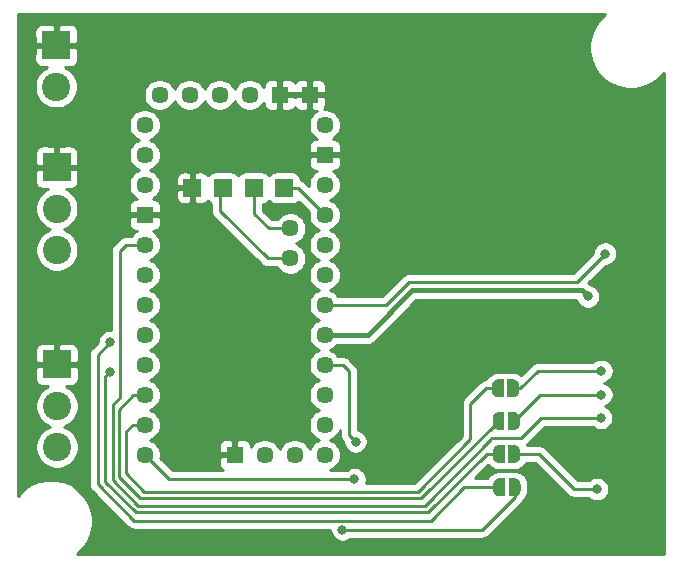
<source format=gbl>
G04 #@! TF.GenerationSoftware,KiCad,Pcbnew,5.1.4-e60b266~84~ubuntu18.04.1*
G04 #@! TF.CreationDate,2019-11-10T18:42:59+01:00*
G04 #@! TF.ProjectId,LoRaModule,4c6f5261-4d6f-4647-956c-652e6b696361,rev?*
G04 #@! TF.SameCoordinates,Original*
G04 #@! TF.FileFunction,Copper,L2,Bot*
G04 #@! TF.FilePolarity,Positive*
%FSLAX46Y46*%
G04 Gerber Fmt 4.6, Leading zero omitted, Abs format (unit mm)*
G04 Created by KiCad (PCBNEW 5.1.4-e60b266~84~ubuntu18.04.1) date 2019-11-10 18:42:59*
%MOMM*%
%LPD*%
G04 APERTURE LIST*
%ADD10R,1.500000X1.500000*%
%ADD11C,2.400000*%
%ADD12R,2.400000X2.400000*%
%ADD13R,1.450000X1.450000*%
%ADD14C,1.450000*%
%ADD15C,0.500000*%
%ADD16C,0.100000*%
%ADD17C,0.800000*%
%ADD18C,0.250000*%
%ADD19C,0.254000*%
%ADD20C,0.381000*%
G04 APERTURE END LIST*
D10*
X101447600Y-44348400D03*
X104038400Y-44348400D03*
X106629200Y-44348400D03*
X109220000Y-44348400D03*
D11*
X89979500Y-66301500D03*
X89979500Y-62801500D03*
D12*
X89979500Y-59301500D03*
D11*
X89966800Y-49595800D03*
X89966800Y-46095800D03*
D12*
X89966800Y-42595800D03*
D11*
X89916000Y-35783400D03*
D12*
X89916000Y-32283400D03*
D13*
X105031700Y-66959800D03*
X111381700Y-36479800D03*
X108841700Y-36479800D03*
D14*
X106301700Y-36479800D03*
X103761700Y-36479800D03*
X101221700Y-36479800D03*
X98681700Y-36479800D03*
X110111700Y-66959800D03*
X107571700Y-66959800D03*
X109730700Y-47782800D03*
X109730700Y-50322800D03*
X112651700Y-39019800D03*
D13*
X112651700Y-41559800D03*
D14*
X112651700Y-44099800D03*
X112651700Y-46639800D03*
X112651700Y-49179800D03*
X112651700Y-51719800D03*
X112651700Y-54259800D03*
X112651700Y-56799800D03*
X112651700Y-59339800D03*
X112651700Y-61879800D03*
X112651700Y-64419800D03*
X112651700Y-66959800D03*
X97411700Y-66959800D03*
X97411700Y-64419800D03*
X97411700Y-61879800D03*
X97411700Y-59339800D03*
X97411700Y-56799800D03*
X97411700Y-54259800D03*
X97411700Y-51719800D03*
X97411700Y-49179800D03*
D13*
X97411700Y-46639800D03*
D14*
X97411700Y-44099800D03*
X97411700Y-41559800D03*
X97411700Y-39019800D03*
D15*
X127315200Y-61315600D03*
D16*
G36*
X127315200Y-62064998D02*
G01*
X127290666Y-62064998D01*
X127241835Y-62060188D01*
X127193710Y-62050616D01*
X127146755Y-62036372D01*
X127101422Y-62017595D01*
X127058149Y-61994464D01*
X127017350Y-61967204D01*
X126979421Y-61936076D01*
X126944724Y-61901379D01*
X126913596Y-61863450D01*
X126886336Y-61822651D01*
X126863205Y-61779378D01*
X126844428Y-61734045D01*
X126830184Y-61687090D01*
X126820612Y-61638965D01*
X126815802Y-61590134D01*
X126815802Y-61565600D01*
X126815200Y-61565600D01*
X126815200Y-61065600D01*
X126815802Y-61065600D01*
X126815802Y-61041066D01*
X126820612Y-60992235D01*
X126830184Y-60944110D01*
X126844428Y-60897155D01*
X126863205Y-60851822D01*
X126886336Y-60808549D01*
X126913596Y-60767750D01*
X126944724Y-60729821D01*
X126979421Y-60695124D01*
X127017350Y-60663996D01*
X127058149Y-60636736D01*
X127101422Y-60613605D01*
X127146755Y-60594828D01*
X127193710Y-60580584D01*
X127241835Y-60571012D01*
X127290666Y-60566202D01*
X127315200Y-60566202D01*
X127315200Y-60565600D01*
X127815200Y-60565600D01*
X127815200Y-62065600D01*
X127315200Y-62065600D01*
X127315200Y-62064998D01*
X127315200Y-62064998D01*
G37*
D15*
X128615200Y-61315600D03*
D16*
G36*
X128115200Y-60565600D02*
G01*
X128615200Y-60565600D01*
X128615200Y-60566202D01*
X128639734Y-60566202D01*
X128688565Y-60571012D01*
X128736690Y-60580584D01*
X128783645Y-60594828D01*
X128828978Y-60613605D01*
X128872251Y-60636736D01*
X128913050Y-60663996D01*
X128950979Y-60695124D01*
X128985676Y-60729821D01*
X129016804Y-60767750D01*
X129044064Y-60808549D01*
X129067195Y-60851822D01*
X129085972Y-60897155D01*
X129100216Y-60944110D01*
X129109788Y-60992235D01*
X129114598Y-61041066D01*
X129114598Y-61065600D01*
X129115200Y-61065600D01*
X129115200Y-61565600D01*
X129114598Y-61565600D01*
X129114598Y-61590134D01*
X129109788Y-61638965D01*
X129100216Y-61687090D01*
X129085972Y-61734045D01*
X129067195Y-61779378D01*
X129044064Y-61822651D01*
X129016804Y-61863450D01*
X128985676Y-61901379D01*
X128950979Y-61936076D01*
X128913050Y-61967204D01*
X128872251Y-61994464D01*
X128828978Y-62017595D01*
X128783645Y-62036372D01*
X128736690Y-62050616D01*
X128688565Y-62060188D01*
X128639734Y-62064998D01*
X128615200Y-62064998D01*
X128615200Y-62065600D01*
X128115200Y-62065600D01*
X128115200Y-60565600D01*
X128115200Y-60565600D01*
G37*
D15*
X127391400Y-66878200D03*
D16*
G36*
X127391400Y-67627598D02*
G01*
X127366866Y-67627598D01*
X127318035Y-67622788D01*
X127269910Y-67613216D01*
X127222955Y-67598972D01*
X127177622Y-67580195D01*
X127134349Y-67557064D01*
X127093550Y-67529804D01*
X127055621Y-67498676D01*
X127020924Y-67463979D01*
X126989796Y-67426050D01*
X126962536Y-67385251D01*
X126939405Y-67341978D01*
X126920628Y-67296645D01*
X126906384Y-67249690D01*
X126896812Y-67201565D01*
X126892002Y-67152734D01*
X126892002Y-67128200D01*
X126891400Y-67128200D01*
X126891400Y-66628200D01*
X126892002Y-66628200D01*
X126892002Y-66603666D01*
X126896812Y-66554835D01*
X126906384Y-66506710D01*
X126920628Y-66459755D01*
X126939405Y-66414422D01*
X126962536Y-66371149D01*
X126989796Y-66330350D01*
X127020924Y-66292421D01*
X127055621Y-66257724D01*
X127093550Y-66226596D01*
X127134349Y-66199336D01*
X127177622Y-66176205D01*
X127222955Y-66157428D01*
X127269910Y-66143184D01*
X127318035Y-66133612D01*
X127366866Y-66128802D01*
X127391400Y-66128802D01*
X127391400Y-66128200D01*
X127891400Y-66128200D01*
X127891400Y-67628200D01*
X127391400Y-67628200D01*
X127391400Y-67627598D01*
X127391400Y-67627598D01*
G37*
D15*
X128691400Y-66878200D03*
D16*
G36*
X128191400Y-66128200D02*
G01*
X128691400Y-66128200D01*
X128691400Y-66128802D01*
X128715934Y-66128802D01*
X128764765Y-66133612D01*
X128812890Y-66143184D01*
X128859845Y-66157428D01*
X128905178Y-66176205D01*
X128948451Y-66199336D01*
X128989250Y-66226596D01*
X129027179Y-66257724D01*
X129061876Y-66292421D01*
X129093004Y-66330350D01*
X129120264Y-66371149D01*
X129143395Y-66414422D01*
X129162172Y-66459755D01*
X129176416Y-66506710D01*
X129185988Y-66554835D01*
X129190798Y-66603666D01*
X129190798Y-66628200D01*
X129191400Y-66628200D01*
X129191400Y-67128200D01*
X129190798Y-67128200D01*
X129190798Y-67152734D01*
X129185988Y-67201565D01*
X129176416Y-67249690D01*
X129162172Y-67296645D01*
X129143395Y-67341978D01*
X129120264Y-67385251D01*
X129093004Y-67426050D01*
X129061876Y-67463979D01*
X129027179Y-67498676D01*
X128989250Y-67529804D01*
X128948451Y-67557064D01*
X128905178Y-67580195D01*
X128859845Y-67598972D01*
X128812890Y-67613216D01*
X128764765Y-67622788D01*
X128715934Y-67627598D01*
X128691400Y-67627598D01*
X128691400Y-67628200D01*
X128191400Y-67628200D01*
X128191400Y-66128200D01*
X128191400Y-66128200D01*
G37*
D15*
X127431800Y-69697600D03*
D16*
G36*
X127431800Y-70446998D02*
G01*
X127407266Y-70446998D01*
X127358435Y-70442188D01*
X127310310Y-70432616D01*
X127263355Y-70418372D01*
X127218022Y-70399595D01*
X127174749Y-70376464D01*
X127133950Y-70349204D01*
X127096021Y-70318076D01*
X127061324Y-70283379D01*
X127030196Y-70245450D01*
X127002936Y-70204651D01*
X126979805Y-70161378D01*
X126961028Y-70116045D01*
X126946784Y-70069090D01*
X126937212Y-70020965D01*
X126932402Y-69972134D01*
X126932402Y-69947600D01*
X126931800Y-69947600D01*
X126931800Y-69447600D01*
X126932402Y-69447600D01*
X126932402Y-69423066D01*
X126937212Y-69374235D01*
X126946784Y-69326110D01*
X126961028Y-69279155D01*
X126979805Y-69233822D01*
X127002936Y-69190549D01*
X127030196Y-69149750D01*
X127061324Y-69111821D01*
X127096021Y-69077124D01*
X127133950Y-69045996D01*
X127174749Y-69018736D01*
X127218022Y-68995605D01*
X127263355Y-68976828D01*
X127310310Y-68962584D01*
X127358435Y-68953012D01*
X127407266Y-68948202D01*
X127431800Y-68948202D01*
X127431800Y-68947600D01*
X127931800Y-68947600D01*
X127931800Y-70447600D01*
X127431800Y-70447600D01*
X127431800Y-70446998D01*
X127431800Y-70446998D01*
G37*
D15*
X128731800Y-69697600D03*
D16*
G36*
X128231800Y-68947600D02*
G01*
X128731800Y-68947600D01*
X128731800Y-68948202D01*
X128756334Y-68948202D01*
X128805165Y-68953012D01*
X128853290Y-68962584D01*
X128900245Y-68976828D01*
X128945578Y-68995605D01*
X128988851Y-69018736D01*
X129029650Y-69045996D01*
X129067579Y-69077124D01*
X129102276Y-69111821D01*
X129133404Y-69149750D01*
X129160664Y-69190549D01*
X129183795Y-69233822D01*
X129202572Y-69279155D01*
X129216816Y-69326110D01*
X129226388Y-69374235D01*
X129231198Y-69423066D01*
X129231198Y-69447600D01*
X129231800Y-69447600D01*
X129231800Y-69947600D01*
X129231198Y-69947600D01*
X129231198Y-69972134D01*
X129226388Y-70020965D01*
X129216816Y-70069090D01*
X129202572Y-70116045D01*
X129183795Y-70161378D01*
X129160664Y-70204651D01*
X129133404Y-70245450D01*
X129102276Y-70283379D01*
X129067579Y-70318076D01*
X129029650Y-70349204D01*
X128988851Y-70376464D01*
X128945578Y-70399595D01*
X128900245Y-70418372D01*
X128853290Y-70432616D01*
X128805165Y-70442188D01*
X128756334Y-70446998D01*
X128731800Y-70446998D01*
X128731800Y-70447600D01*
X128231800Y-70447600D01*
X128231800Y-68947600D01*
X128231800Y-68947600D01*
G37*
D15*
X127366000Y-64084200D03*
D16*
G36*
X127366000Y-64833598D02*
G01*
X127341466Y-64833598D01*
X127292635Y-64828788D01*
X127244510Y-64819216D01*
X127197555Y-64804972D01*
X127152222Y-64786195D01*
X127108949Y-64763064D01*
X127068150Y-64735804D01*
X127030221Y-64704676D01*
X126995524Y-64669979D01*
X126964396Y-64632050D01*
X126937136Y-64591251D01*
X126914005Y-64547978D01*
X126895228Y-64502645D01*
X126880984Y-64455690D01*
X126871412Y-64407565D01*
X126866602Y-64358734D01*
X126866602Y-64334200D01*
X126866000Y-64334200D01*
X126866000Y-63834200D01*
X126866602Y-63834200D01*
X126866602Y-63809666D01*
X126871412Y-63760835D01*
X126880984Y-63712710D01*
X126895228Y-63665755D01*
X126914005Y-63620422D01*
X126937136Y-63577149D01*
X126964396Y-63536350D01*
X126995524Y-63498421D01*
X127030221Y-63463724D01*
X127068150Y-63432596D01*
X127108949Y-63405336D01*
X127152222Y-63382205D01*
X127197555Y-63363428D01*
X127244510Y-63349184D01*
X127292635Y-63339612D01*
X127341466Y-63334802D01*
X127366000Y-63334802D01*
X127366000Y-63334200D01*
X127866000Y-63334200D01*
X127866000Y-64834200D01*
X127366000Y-64834200D01*
X127366000Y-64833598D01*
X127366000Y-64833598D01*
G37*
D15*
X128666000Y-64084200D03*
D16*
G36*
X128166000Y-63334200D02*
G01*
X128666000Y-63334200D01*
X128666000Y-63334802D01*
X128690534Y-63334802D01*
X128739365Y-63339612D01*
X128787490Y-63349184D01*
X128834445Y-63363428D01*
X128879778Y-63382205D01*
X128923051Y-63405336D01*
X128963850Y-63432596D01*
X129001779Y-63463724D01*
X129036476Y-63498421D01*
X129067604Y-63536350D01*
X129094864Y-63577149D01*
X129117995Y-63620422D01*
X129136772Y-63665755D01*
X129151016Y-63712710D01*
X129160588Y-63760835D01*
X129165398Y-63809666D01*
X129165398Y-63834200D01*
X129166000Y-63834200D01*
X129166000Y-64334200D01*
X129165398Y-64334200D01*
X129165398Y-64358734D01*
X129160588Y-64407565D01*
X129151016Y-64455690D01*
X129136772Y-64502645D01*
X129117995Y-64547978D01*
X129094864Y-64591251D01*
X129067604Y-64632050D01*
X129036476Y-64669979D01*
X129001779Y-64704676D01*
X128963850Y-64735804D01*
X128923051Y-64763064D01*
X128879778Y-64786195D01*
X128834445Y-64804972D01*
X128787490Y-64819216D01*
X128739365Y-64828788D01*
X128690534Y-64833598D01*
X128666000Y-64833598D01*
X128666000Y-64834200D01*
X128166000Y-64834200D01*
X128166000Y-63334200D01*
X128166000Y-63334200D01*
G37*
D17*
X136271000Y-74422000D03*
X140462000Y-70294500D03*
X140462000Y-65976500D03*
X128016000Y-58039000D03*
X130175000Y-58039000D03*
X132207000Y-58039000D03*
X134175500Y-55816500D03*
X89471500Y-53276500D03*
X89471500Y-55689500D03*
X126238000Y-30607000D03*
X134175500Y-48387000D03*
X134112000Y-42227500D03*
X134112000Y-36385500D03*
X115062000Y-41656000D03*
X115062000Y-44196000D03*
X115062000Y-38989000D03*
X114871500Y-49339500D03*
X114871500Y-51689000D03*
X115062000Y-36322000D03*
X135636000Y-71183500D03*
X115443000Y-74549000D03*
X112649000Y-74549000D03*
X114871500Y-58039000D03*
X116141500Y-58039000D03*
X88519000Y-39052500D03*
X90805000Y-38989000D03*
X93662500Y-38925500D03*
X126238000Y-31940500D03*
X134048500Y-30607000D03*
X134048500Y-32258000D03*
X140462000Y-74422000D03*
X140462000Y-68643500D03*
X94551500Y-72644000D03*
X94551500Y-74295000D03*
X99060000Y-74295000D03*
X138557000Y-36766500D03*
X138176000Y-47815500D03*
X97853500Y-33274000D03*
X99504500Y-33274000D03*
X101282500Y-33274000D03*
X126619000Y-54419500D03*
X126619000Y-56007000D03*
X115887500Y-59880500D03*
X114147600Y-73279000D03*
X115163600Y-69011800D03*
X115265200Y-65836800D03*
X94488000Y-57404000D03*
X135699500Y-69850000D03*
X94437200Y-59944000D03*
X136067800Y-59842400D03*
X136067800Y-61849000D03*
X136042400Y-63830200D03*
X136398000Y-49911000D03*
X134937500Y-53530500D03*
D18*
X110360300Y-44348400D02*
X109626400Y-44348400D01*
X112651700Y-46639800D02*
X110360300Y-44348400D01*
X114713285Y-73279000D02*
X114147600Y-73279000D01*
X114744500Y-73279000D02*
X125997992Y-73279000D01*
X128731800Y-70545192D02*
X128731800Y-69697600D01*
X125997992Y-73279000D02*
X128731800Y-70545192D01*
X99463700Y-69011800D02*
X115163600Y-69011800D01*
X97411700Y-66959800D02*
X99463700Y-69011800D01*
X114706400Y-65278000D02*
X115265200Y-65836800D01*
X114706400Y-59867800D02*
X114706400Y-65278000D01*
X112651700Y-59339800D02*
X114178400Y-59339800D01*
X114178400Y-59339800D02*
X114706400Y-59867800D01*
X120819411Y-70630789D02*
X127366000Y-64084200D01*
X97406300Y-61874400D02*
X96443800Y-61874400D01*
X97411700Y-61879800D02*
X97406300Y-61874400D01*
X96443800Y-61874400D02*
X95199200Y-63119000D01*
X95199200Y-68808600D02*
X97021389Y-70630789D01*
X95199200Y-63119000D02*
X95199200Y-68808600D01*
X97021389Y-70630789D02*
X120819411Y-70630789D01*
X127431800Y-69697600D02*
X124460000Y-69697600D01*
X93421200Y-58470800D02*
X94488000Y-57404000D01*
X93421200Y-69443600D02*
X93421200Y-58470800D01*
X121640600Y-72517000D02*
X96494600Y-72517000D01*
X96494600Y-72517000D02*
X93421200Y-69443600D01*
X121640600Y-72517000D02*
X124460000Y-69697600D01*
X128691400Y-66878200D02*
X130784600Y-66878200D01*
X130784600Y-66878200D02*
X133756400Y-69850000D01*
X94081600Y-60299600D02*
X94437200Y-59944000D01*
X94081600Y-69240400D02*
X94081600Y-60299600D01*
X96672400Y-71831200D02*
X94081600Y-69240400D01*
X121412000Y-71831200D02*
X96672400Y-71831200D01*
X127391400Y-66878200D02*
X126365000Y-66878200D01*
X126365000Y-66878200D02*
X121412000Y-71831200D01*
X133070600Y-59842400D02*
X136067800Y-59842400D01*
X130688400Y-59842400D02*
X133070600Y-59842400D01*
X129215200Y-61315600D02*
X130688400Y-59842400D01*
X128615200Y-61315600D02*
X129215200Y-61315600D01*
X95834200Y-64971996D02*
X96386396Y-64419800D01*
X95834200Y-68529200D02*
X95834200Y-64971996D01*
X96386396Y-64419800D02*
X97411700Y-64419800D01*
X127315200Y-61315600D02*
X126314200Y-61315600D01*
X126314200Y-61315600D02*
X124993400Y-62636400D01*
X124993400Y-62636400D02*
X124993400Y-65633600D01*
X97383600Y-70078600D02*
X95834200Y-68529200D01*
X124993400Y-65633600D02*
X120548400Y-70078600D01*
X120548400Y-70078600D02*
X97383600Y-70078600D01*
X130901200Y-61849000D02*
X128666000Y-64084200D01*
X136067800Y-61849000D02*
X130901200Y-61849000D01*
X95788800Y-49179800D02*
X97411700Y-49179800D01*
X95280800Y-62097600D02*
X95280800Y-49687800D01*
X94691200Y-69088000D02*
X94691200Y-62687200D01*
X94691200Y-62687200D02*
X95280800Y-62097600D01*
X96850200Y-71247000D02*
X94691200Y-69088000D01*
X121107200Y-71247000D02*
X96850200Y-71247000D01*
X126771400Y-65582800D02*
X121107200Y-71247000D01*
X130962400Y-63830200D02*
X129260600Y-65532000D01*
X136042400Y-63830200D02*
X130962400Y-63830200D01*
X129260600Y-65532000D02*
X126771400Y-65532000D01*
X95280800Y-49687800D02*
X95788800Y-49179800D01*
X126771400Y-65532000D02*
X126771400Y-65582800D01*
X109685300Y-47828200D02*
X109730700Y-47782800D01*
X108705396Y-47782800D02*
X108699996Y-47777400D01*
X109730700Y-47782800D02*
X108705396Y-47782800D01*
X108699996Y-47777400D02*
X107899200Y-47777400D01*
X106705400Y-46583600D02*
X106705400Y-44348400D01*
X107899200Y-47777400D02*
X106705400Y-46583600D01*
X108705396Y-50322800D02*
X109730700Y-50322800D01*
X107808800Y-50322800D02*
X108705396Y-50322800D01*
X103784400Y-46298400D02*
X107808800Y-50322800D01*
X103784400Y-44348400D02*
X103784400Y-46298400D01*
D19*
X117829028Y-54259800D02*
X112651700Y-54259800D01*
X119764828Y-52324000D02*
X117829028Y-54259800D01*
X136398000Y-49911000D02*
X133985000Y-52324000D01*
D18*
X133985000Y-52324000D02*
X119764828Y-52324000D01*
D20*
X134429500Y-53022500D02*
X134937500Y-53530500D01*
X120078500Y-53022500D02*
X134429500Y-53022500D01*
X112651700Y-56799800D02*
X116301200Y-56799800D01*
X116301200Y-56799800D02*
X120078500Y-53022500D01*
D18*
X133756400Y-69850000D02*
X135699500Y-69850000D01*
D19*
G36*
X136308668Y-29708900D02*
G01*
X135817400Y-30200168D01*
X135431413Y-30777839D01*
X135165540Y-31419712D01*
X135030000Y-32101121D01*
X135030000Y-32795879D01*
X135165540Y-33477288D01*
X135431413Y-34119161D01*
X135817400Y-34696832D01*
X136308668Y-35188100D01*
X136886339Y-35574087D01*
X137528212Y-35839960D01*
X138209621Y-35975500D01*
X138904379Y-35975500D01*
X139585788Y-35839960D01*
X140227661Y-35574087D01*
X140805332Y-35188100D01*
X141296600Y-34696832D01*
X141340000Y-34631879D01*
X141340001Y-75340000D01*
X91690050Y-75340000D01*
X91719832Y-75320100D01*
X92211100Y-74828832D01*
X92597087Y-74251161D01*
X92862960Y-73609288D01*
X92998500Y-72927879D01*
X92998500Y-72233121D01*
X92862960Y-71551712D01*
X92597087Y-70909839D01*
X92211100Y-70332168D01*
X91719832Y-69840900D01*
X91142161Y-69454913D01*
X90500288Y-69189040D01*
X89818879Y-69053500D01*
X89124121Y-69053500D01*
X88442712Y-69189040D01*
X87800839Y-69454913D01*
X87223168Y-69840900D01*
X86731900Y-70332168D01*
X86660000Y-70439774D01*
X86660000Y-60501500D01*
X88141428Y-60501500D01*
X88153688Y-60625982D01*
X88189998Y-60745680D01*
X88248963Y-60855994D01*
X88328315Y-60952685D01*
X88425006Y-61032037D01*
X88535320Y-61091002D01*
X88655018Y-61127312D01*
X88779500Y-61139572D01*
X89200074Y-61138159D01*
X89110301Y-61175344D01*
X88809756Y-61376162D01*
X88554162Y-61631756D01*
X88353344Y-61932301D01*
X88215018Y-62266250D01*
X88144500Y-62620768D01*
X88144500Y-62982232D01*
X88215018Y-63336750D01*
X88353344Y-63670699D01*
X88554162Y-63971244D01*
X88809756Y-64226838D01*
X89110301Y-64427656D01*
X89409287Y-64551500D01*
X89110301Y-64675344D01*
X88809756Y-64876162D01*
X88554162Y-65131756D01*
X88353344Y-65432301D01*
X88215018Y-65766250D01*
X88144500Y-66120768D01*
X88144500Y-66482232D01*
X88215018Y-66836750D01*
X88353344Y-67170699D01*
X88554162Y-67471244D01*
X88809756Y-67726838D01*
X89110301Y-67927656D01*
X89444250Y-68065982D01*
X89798768Y-68136500D01*
X90160232Y-68136500D01*
X90514750Y-68065982D01*
X90848699Y-67927656D01*
X91149244Y-67726838D01*
X91404838Y-67471244D01*
X91605656Y-67170699D01*
X91743982Y-66836750D01*
X91814500Y-66482232D01*
X91814500Y-66120768D01*
X91743982Y-65766250D01*
X91605656Y-65432301D01*
X91404838Y-65131756D01*
X91149244Y-64876162D01*
X90848699Y-64675344D01*
X90549713Y-64551500D01*
X90848699Y-64427656D01*
X91149244Y-64226838D01*
X91404838Y-63971244D01*
X91605656Y-63670699D01*
X91743982Y-63336750D01*
X91814500Y-62982232D01*
X91814500Y-62620768D01*
X91743982Y-62266250D01*
X91605656Y-61932301D01*
X91404838Y-61631756D01*
X91149244Y-61376162D01*
X90848699Y-61175344D01*
X90758926Y-61138159D01*
X91179500Y-61139572D01*
X91303982Y-61127312D01*
X91423680Y-61091002D01*
X91533994Y-61032037D01*
X91630685Y-60952685D01*
X91710037Y-60855994D01*
X91769002Y-60745680D01*
X91805312Y-60625982D01*
X91817572Y-60501500D01*
X91814500Y-59587250D01*
X91655750Y-59428500D01*
X90106500Y-59428500D01*
X90106500Y-59448500D01*
X89852500Y-59448500D01*
X89852500Y-59428500D01*
X88303250Y-59428500D01*
X88144500Y-59587250D01*
X88141428Y-60501500D01*
X86660000Y-60501500D01*
X86660000Y-58101500D01*
X88141428Y-58101500D01*
X88144500Y-59015750D01*
X88303250Y-59174500D01*
X89852500Y-59174500D01*
X89852500Y-57625250D01*
X90106500Y-57625250D01*
X90106500Y-59174500D01*
X91655750Y-59174500D01*
X91814500Y-59015750D01*
X91816331Y-58470800D01*
X92657524Y-58470800D01*
X92661201Y-58508132D01*
X92661200Y-69406278D01*
X92657524Y-69443600D01*
X92661200Y-69480922D01*
X92661200Y-69480932D01*
X92672197Y-69592585D01*
X92705088Y-69701014D01*
X92715654Y-69735846D01*
X92786226Y-69867876D01*
X92826071Y-69916426D01*
X92881199Y-69983601D01*
X92910203Y-70007404D01*
X95930801Y-73028003D01*
X95954599Y-73057001D01*
X95983597Y-73080799D01*
X96070323Y-73151974D01*
X96202353Y-73222546D01*
X96345614Y-73266003D01*
X96457267Y-73277000D01*
X96457277Y-73277000D01*
X96494600Y-73280676D01*
X96531923Y-73277000D01*
X113112600Y-73277000D01*
X113112600Y-73380939D01*
X113152374Y-73580898D01*
X113230395Y-73769256D01*
X113343663Y-73938774D01*
X113487826Y-74082937D01*
X113657344Y-74196205D01*
X113845702Y-74274226D01*
X114045661Y-74314000D01*
X114249539Y-74314000D01*
X114449498Y-74274226D01*
X114637856Y-74196205D01*
X114807374Y-74082937D01*
X114851311Y-74039000D01*
X125960670Y-74039000D01*
X125997992Y-74042676D01*
X126035314Y-74039000D01*
X126035325Y-74039000D01*
X126146978Y-74028003D01*
X126290239Y-73984546D01*
X126422268Y-73913974D01*
X126537993Y-73819001D01*
X126561796Y-73789997D01*
X129242804Y-71108990D01*
X129271801Y-71085193D01*
X129366774Y-70969468D01*
X129437346Y-70837439D01*
X129437581Y-70836665D01*
X129500182Y-70785290D01*
X129569490Y-70715982D01*
X129648842Y-70619291D01*
X129703298Y-70537792D01*
X129762264Y-70427475D01*
X129799773Y-70336919D01*
X129836082Y-70217223D01*
X129855204Y-70121090D01*
X129867464Y-69996609D01*
X129867464Y-69972050D01*
X129869872Y-69947600D01*
X129869872Y-69447600D01*
X129867464Y-69423150D01*
X129867464Y-69398591D01*
X129855204Y-69274110D01*
X129836082Y-69177977D01*
X129799773Y-69058281D01*
X129762264Y-68967725D01*
X129703298Y-68857408D01*
X129648842Y-68775909D01*
X129569490Y-68679218D01*
X129500182Y-68609910D01*
X129403491Y-68530558D01*
X129321992Y-68476102D01*
X129211675Y-68417136D01*
X129121119Y-68379627D01*
X129001423Y-68343318D01*
X128905290Y-68324196D01*
X128780809Y-68311936D01*
X128756250Y-68311936D01*
X128731800Y-68309528D01*
X128231800Y-68309528D01*
X128107318Y-68321788D01*
X128081800Y-68329529D01*
X128056282Y-68321788D01*
X127931800Y-68309528D01*
X127431800Y-68309528D01*
X127407350Y-68311936D01*
X127382791Y-68311936D01*
X127258310Y-68324196D01*
X127162177Y-68343318D01*
X127042481Y-68379627D01*
X126951925Y-68417136D01*
X126841608Y-68476102D01*
X126760109Y-68530558D01*
X126663418Y-68609910D01*
X126594110Y-68679218D01*
X126514758Y-68775909D01*
X126460302Y-68857408D01*
X126417438Y-68937600D01*
X125380402Y-68937600D01*
X126494080Y-67823922D01*
X126553710Y-67896582D01*
X126623018Y-67965890D01*
X126719709Y-68045242D01*
X126801208Y-68099698D01*
X126911525Y-68158664D01*
X127002081Y-68196173D01*
X127121777Y-68232482D01*
X127217910Y-68251604D01*
X127342391Y-68263864D01*
X127366950Y-68263864D01*
X127391400Y-68266272D01*
X127891400Y-68266272D01*
X128015882Y-68254012D01*
X128041400Y-68246271D01*
X128066918Y-68254012D01*
X128191400Y-68266272D01*
X128691400Y-68266272D01*
X128715850Y-68263864D01*
X128740409Y-68263864D01*
X128864890Y-68251604D01*
X128961023Y-68232482D01*
X129080719Y-68196173D01*
X129171275Y-68158664D01*
X129281592Y-68099698D01*
X129363091Y-68045242D01*
X129459782Y-67965890D01*
X129529090Y-67896582D01*
X129608442Y-67799891D01*
X129662898Y-67718392D01*
X129705762Y-67638200D01*
X130469799Y-67638200D01*
X133192601Y-70361003D01*
X133216399Y-70390001D01*
X133332124Y-70484974D01*
X133464153Y-70555546D01*
X133607414Y-70599003D01*
X133719067Y-70610000D01*
X133719077Y-70610000D01*
X133756400Y-70613676D01*
X133793723Y-70610000D01*
X134995789Y-70610000D01*
X135039726Y-70653937D01*
X135209244Y-70767205D01*
X135397602Y-70845226D01*
X135597561Y-70885000D01*
X135801439Y-70885000D01*
X136001398Y-70845226D01*
X136189756Y-70767205D01*
X136359274Y-70653937D01*
X136503437Y-70509774D01*
X136616705Y-70340256D01*
X136694726Y-70151898D01*
X136734500Y-69951939D01*
X136734500Y-69748061D01*
X136694726Y-69548102D01*
X136616705Y-69359744D01*
X136503437Y-69190226D01*
X136359274Y-69046063D01*
X136189756Y-68932795D01*
X136001398Y-68854774D01*
X135801439Y-68815000D01*
X135597561Y-68815000D01*
X135397602Y-68854774D01*
X135209244Y-68932795D01*
X135039726Y-69046063D01*
X134995789Y-69090000D01*
X134071202Y-69090000D01*
X131348404Y-66367203D01*
X131324601Y-66338199D01*
X131208876Y-66243226D01*
X131076847Y-66172654D01*
X130933586Y-66129197D01*
X130821933Y-66118200D01*
X130821922Y-66118200D01*
X130784600Y-66114524D01*
X130747278Y-66118200D01*
X129744307Y-66118200D01*
X129800601Y-66072001D01*
X129824404Y-66042997D01*
X131277202Y-64590200D01*
X135338689Y-64590200D01*
X135382626Y-64634137D01*
X135552144Y-64747405D01*
X135740502Y-64825426D01*
X135940461Y-64865200D01*
X136144339Y-64865200D01*
X136344298Y-64825426D01*
X136532656Y-64747405D01*
X136702174Y-64634137D01*
X136846337Y-64489974D01*
X136959605Y-64320456D01*
X137037626Y-64132098D01*
X137077400Y-63932139D01*
X137077400Y-63728261D01*
X137037626Y-63528302D01*
X136959605Y-63339944D01*
X136846337Y-63170426D01*
X136702174Y-63026263D01*
X136532656Y-62912995D01*
X136367628Y-62844638D01*
X136369698Y-62844226D01*
X136558056Y-62766205D01*
X136727574Y-62652937D01*
X136871737Y-62508774D01*
X136985005Y-62339256D01*
X137063026Y-62150898D01*
X137102800Y-61950939D01*
X137102800Y-61747061D01*
X137063026Y-61547102D01*
X136985005Y-61358744D01*
X136871737Y-61189226D01*
X136727574Y-61045063D01*
X136558056Y-60931795D01*
X136369698Y-60853774D01*
X136329107Y-60845700D01*
X136369698Y-60837626D01*
X136558056Y-60759605D01*
X136727574Y-60646337D01*
X136871737Y-60502174D01*
X136985005Y-60332656D01*
X137063026Y-60144298D01*
X137102800Y-59944339D01*
X137102800Y-59740461D01*
X137063026Y-59540502D01*
X136985005Y-59352144D01*
X136871737Y-59182626D01*
X136727574Y-59038463D01*
X136558056Y-58925195D01*
X136369698Y-58847174D01*
X136169739Y-58807400D01*
X135965861Y-58807400D01*
X135765902Y-58847174D01*
X135577544Y-58925195D01*
X135408026Y-59038463D01*
X135364089Y-59082400D01*
X130725722Y-59082400D01*
X130688399Y-59078724D01*
X130651076Y-59082400D01*
X130651067Y-59082400D01*
X130539414Y-59093397D01*
X130396153Y-59136854D01*
X130264124Y-59207426D01*
X130264122Y-59207427D01*
X130264123Y-59207427D01*
X130177396Y-59278601D01*
X130177392Y-59278605D01*
X130148399Y-59302399D01*
X130124605Y-59331392D01*
X129298178Y-60157821D01*
X129286891Y-60148558D01*
X129205392Y-60094102D01*
X129095075Y-60035136D01*
X129004519Y-59997627D01*
X128884823Y-59961318D01*
X128788690Y-59942196D01*
X128664209Y-59929936D01*
X128639650Y-59929936D01*
X128615200Y-59927528D01*
X128115200Y-59927528D01*
X127990718Y-59939788D01*
X127965200Y-59947529D01*
X127939682Y-59939788D01*
X127815200Y-59927528D01*
X127315200Y-59927528D01*
X127290750Y-59929936D01*
X127266191Y-59929936D01*
X127141710Y-59942196D01*
X127045577Y-59961318D01*
X126925881Y-59997627D01*
X126835325Y-60035136D01*
X126725008Y-60094102D01*
X126643509Y-60148558D01*
X126546818Y-60227910D01*
X126477510Y-60297218D01*
X126398158Y-60393909D01*
X126343702Y-60475408D01*
X126302170Y-60553109D01*
X126276876Y-60555600D01*
X126276867Y-60555600D01*
X126165214Y-60566597D01*
X126021953Y-60610054D01*
X125889924Y-60680626D01*
X125774199Y-60775599D01*
X125750401Y-60804597D01*
X124482403Y-62072596D01*
X124453399Y-62096399D01*
X124416594Y-62141247D01*
X124358426Y-62212124D01*
X124293291Y-62333982D01*
X124287854Y-62344154D01*
X124244397Y-62487415D01*
X124233400Y-62599068D01*
X124233400Y-62599078D01*
X124229724Y-62636400D01*
X124233400Y-62673723D01*
X124233401Y-65318797D01*
X120233599Y-69318600D01*
X116156796Y-69318600D01*
X116158826Y-69313698D01*
X116198600Y-69113739D01*
X116198600Y-68909861D01*
X116158826Y-68709902D01*
X116080805Y-68521544D01*
X115967537Y-68352026D01*
X115823374Y-68207863D01*
X115653856Y-68094595D01*
X115465498Y-68016574D01*
X115265539Y-67976800D01*
X115061661Y-67976800D01*
X114861702Y-68016574D01*
X114673344Y-68094595D01*
X114503826Y-68207863D01*
X114459889Y-68251800D01*
X113086387Y-68251800D01*
X113295901Y-68165016D01*
X113518649Y-68016181D01*
X113708081Y-67826749D01*
X113856916Y-67604001D01*
X113959436Y-67356497D01*
X114011700Y-67093748D01*
X114011700Y-66825852D01*
X113959436Y-66563103D01*
X113856916Y-66315599D01*
X113708081Y-66092851D01*
X113518649Y-65903419D01*
X113295901Y-65754584D01*
X113139499Y-65689800D01*
X113295901Y-65625016D01*
X113518649Y-65476181D01*
X113708081Y-65286749D01*
X113856916Y-65064001D01*
X113946401Y-64847966D01*
X113946401Y-65240668D01*
X113942724Y-65278000D01*
X113946401Y-65315333D01*
X113957398Y-65426986D01*
X113959470Y-65433815D01*
X114000854Y-65570246D01*
X114071426Y-65702276D01*
X114137336Y-65782587D01*
X114166400Y-65818001D01*
X114195398Y-65841799D01*
X114230200Y-65876601D01*
X114230200Y-65938739D01*
X114269974Y-66138698D01*
X114347995Y-66327056D01*
X114461263Y-66496574D01*
X114605426Y-66640737D01*
X114774944Y-66754005D01*
X114963302Y-66832026D01*
X115163261Y-66871800D01*
X115367139Y-66871800D01*
X115567098Y-66832026D01*
X115755456Y-66754005D01*
X115924974Y-66640737D01*
X116069137Y-66496574D01*
X116182405Y-66327056D01*
X116260426Y-66138698D01*
X116300200Y-65938739D01*
X116300200Y-65734861D01*
X116260426Y-65534902D01*
X116182405Y-65346544D01*
X116069137Y-65177026D01*
X115924974Y-65032863D01*
X115755456Y-64919595D01*
X115567098Y-64841574D01*
X115466400Y-64821544D01*
X115466400Y-59905125D01*
X115470076Y-59867800D01*
X115466400Y-59830475D01*
X115466400Y-59830467D01*
X115455403Y-59718814D01*
X115411946Y-59575553D01*
X115341374Y-59443524D01*
X115246401Y-59327799D01*
X115217403Y-59304002D01*
X114742203Y-58828802D01*
X114718401Y-58799799D01*
X114602676Y-58704826D01*
X114470647Y-58634254D01*
X114327386Y-58590797D01*
X114215733Y-58579800D01*
X114215722Y-58579800D01*
X114178400Y-58576124D01*
X114141078Y-58579800D01*
X113779542Y-58579800D01*
X113708081Y-58472851D01*
X113518649Y-58283419D01*
X113295901Y-58134584D01*
X113139499Y-58069800D01*
X113295901Y-58005016D01*
X113518649Y-57856181D01*
X113708081Y-57666749D01*
X113735776Y-57625300D01*
X116260650Y-57625300D01*
X116301200Y-57629294D01*
X116341750Y-57625300D01*
X116341753Y-57625300D01*
X116463026Y-57613356D01*
X116618634Y-57566153D01*
X116762042Y-57489499D01*
X116887741Y-57386341D01*
X116913598Y-57354834D01*
X120420434Y-53848000D01*
X133948737Y-53848000D01*
X134020295Y-54020756D01*
X134133563Y-54190274D01*
X134277726Y-54334437D01*
X134447244Y-54447705D01*
X134635602Y-54525726D01*
X134835561Y-54565500D01*
X135039439Y-54565500D01*
X135239398Y-54525726D01*
X135427756Y-54447705D01*
X135597274Y-54334437D01*
X135741437Y-54190274D01*
X135854705Y-54020756D01*
X135932726Y-53832398D01*
X135972500Y-53632439D01*
X135972500Y-53428561D01*
X135932726Y-53228602D01*
X135854705Y-53040244D01*
X135741437Y-52870726D01*
X135597274Y-52726563D01*
X135427756Y-52613295D01*
X135239398Y-52535274D01*
X135077503Y-52503071D01*
X135041898Y-52467466D01*
X135016041Y-52435959D01*
X134980137Y-52406493D01*
X136440631Y-50946000D01*
X136499939Y-50946000D01*
X136699898Y-50906226D01*
X136888256Y-50828205D01*
X137057774Y-50714937D01*
X137201937Y-50570774D01*
X137315205Y-50401256D01*
X137393226Y-50212898D01*
X137433000Y-50012939D01*
X137433000Y-49809061D01*
X137393226Y-49609102D01*
X137315205Y-49420744D01*
X137201937Y-49251226D01*
X137057774Y-49107063D01*
X136888256Y-48993795D01*
X136699898Y-48915774D01*
X136499939Y-48876000D01*
X136296061Y-48876000D01*
X136096102Y-48915774D01*
X135907744Y-48993795D01*
X135738226Y-49107063D01*
X135594063Y-49251226D01*
X135480795Y-49420744D01*
X135402774Y-49609102D01*
X135363000Y-49809061D01*
X135363000Y-49868369D01*
X133667370Y-51564000D01*
X119822557Y-51564000D01*
X119764828Y-51558314D01*
X119615449Y-51573027D01*
X119471812Y-51616599D01*
X119339435Y-51687355D01*
X119252477Y-51758721D01*
X119238055Y-51773143D01*
X119224827Y-51783999D01*
X119213971Y-51797227D01*
X117513398Y-53497800D01*
X113778205Y-53497800D01*
X113708081Y-53392851D01*
X113518649Y-53203419D01*
X113295901Y-53054584D01*
X113139499Y-52989800D01*
X113295901Y-52925016D01*
X113518649Y-52776181D01*
X113708081Y-52586749D01*
X113856916Y-52364001D01*
X113959436Y-52116497D01*
X114011700Y-51853748D01*
X114011700Y-51585852D01*
X113959436Y-51323103D01*
X113856916Y-51075599D01*
X113708081Y-50852851D01*
X113518649Y-50663419D01*
X113295901Y-50514584D01*
X113139499Y-50449800D01*
X113295901Y-50385016D01*
X113518649Y-50236181D01*
X113708081Y-50046749D01*
X113856916Y-49824001D01*
X113959436Y-49576497D01*
X114011700Y-49313748D01*
X114011700Y-49045852D01*
X113959436Y-48783103D01*
X113856916Y-48535599D01*
X113708081Y-48312851D01*
X113518649Y-48123419D01*
X113295901Y-47974584D01*
X113139499Y-47909800D01*
X113295901Y-47845016D01*
X113518649Y-47696181D01*
X113708081Y-47506749D01*
X113856916Y-47284001D01*
X113959436Y-47036497D01*
X114011700Y-46773748D01*
X114011700Y-46505852D01*
X113959436Y-46243103D01*
X113856916Y-45995599D01*
X113708081Y-45772851D01*
X113518649Y-45583419D01*
X113295901Y-45434584D01*
X113139499Y-45369800D01*
X113295901Y-45305016D01*
X113518649Y-45156181D01*
X113708081Y-44966749D01*
X113856916Y-44744001D01*
X113959436Y-44496497D01*
X114011700Y-44233748D01*
X114011700Y-43965852D01*
X113959436Y-43703103D01*
X113856916Y-43455599D01*
X113708081Y-43232851D01*
X113518649Y-43043419D01*
X113337830Y-42922600D01*
X113376700Y-42922872D01*
X113501182Y-42910612D01*
X113620880Y-42874302D01*
X113731194Y-42815337D01*
X113827885Y-42735985D01*
X113907237Y-42639294D01*
X113966202Y-42528980D01*
X114002512Y-42409282D01*
X114014772Y-42284800D01*
X114011700Y-41845550D01*
X113852950Y-41686800D01*
X112778700Y-41686800D01*
X112778700Y-41706800D01*
X112524700Y-41706800D01*
X112524700Y-41686800D01*
X111450450Y-41686800D01*
X111291700Y-41845550D01*
X111288628Y-42284800D01*
X111300888Y-42409282D01*
X111337198Y-42528980D01*
X111396163Y-42639294D01*
X111475515Y-42735985D01*
X111572206Y-42815337D01*
X111682520Y-42874302D01*
X111802218Y-42910612D01*
X111926700Y-42922872D01*
X111965570Y-42922600D01*
X111784751Y-43043419D01*
X111595319Y-43232851D01*
X111446484Y-43455599D01*
X111343964Y-43703103D01*
X111291700Y-43965852D01*
X111291700Y-44204999D01*
X110924104Y-43837403D01*
X110900301Y-43808399D01*
X110784576Y-43713426D01*
X110652547Y-43642854D01*
X110608072Y-43629363D01*
X110608072Y-43598400D01*
X110595812Y-43473918D01*
X110559502Y-43354220D01*
X110500537Y-43243906D01*
X110421185Y-43147215D01*
X110324494Y-43067863D01*
X110214180Y-43008898D01*
X110094482Y-42972588D01*
X109970000Y-42960328D01*
X108470000Y-42960328D01*
X108345518Y-42972588D01*
X108225820Y-43008898D01*
X108115506Y-43067863D01*
X108018815Y-43147215D01*
X107939463Y-43243906D01*
X107924600Y-43271712D01*
X107909737Y-43243906D01*
X107830385Y-43147215D01*
X107733694Y-43067863D01*
X107623380Y-43008898D01*
X107503682Y-42972588D01*
X107379200Y-42960328D01*
X105879200Y-42960328D01*
X105754718Y-42972588D01*
X105635020Y-43008898D01*
X105524706Y-43067863D01*
X105428015Y-43147215D01*
X105348663Y-43243906D01*
X105333800Y-43271712D01*
X105318937Y-43243906D01*
X105239585Y-43147215D01*
X105142894Y-43067863D01*
X105032580Y-43008898D01*
X104912882Y-42972588D01*
X104788400Y-42960328D01*
X103288400Y-42960328D01*
X103163918Y-42972588D01*
X103044220Y-43008898D01*
X102933906Y-43067863D01*
X102837215Y-43147215D01*
X102757863Y-43243906D01*
X102743000Y-43271712D01*
X102728137Y-43243906D01*
X102648785Y-43147215D01*
X102552094Y-43067863D01*
X102441780Y-43008898D01*
X102322082Y-42972588D01*
X102197600Y-42960328D01*
X101733350Y-42963400D01*
X101574600Y-43122150D01*
X101574600Y-44221400D01*
X101594600Y-44221400D01*
X101594600Y-44475400D01*
X101574600Y-44475400D01*
X101574600Y-45574650D01*
X101733350Y-45733400D01*
X102197600Y-45736472D01*
X102322082Y-45724212D01*
X102441780Y-45687902D01*
X102552094Y-45628937D01*
X102648785Y-45549585D01*
X102728137Y-45452894D01*
X102743000Y-45425088D01*
X102757863Y-45452894D01*
X102837215Y-45549585D01*
X102933906Y-45628937D01*
X103024401Y-45677308D01*
X103024401Y-46261068D01*
X103020724Y-46298400D01*
X103024401Y-46335733D01*
X103032977Y-46422800D01*
X103035398Y-46447385D01*
X103078854Y-46590646D01*
X103149426Y-46722676D01*
X103203682Y-46788786D01*
X103244400Y-46838401D01*
X103273398Y-46862199D01*
X107245001Y-50833803D01*
X107268799Y-50862801D01*
X107297797Y-50886599D01*
X107384523Y-50957774D01*
X107503068Y-51021138D01*
X107516553Y-51028346D01*
X107659814Y-51071803D01*
X107771467Y-51082800D01*
X107771476Y-51082800D01*
X107808799Y-51086476D01*
X107846122Y-51082800D01*
X108602858Y-51082800D01*
X108674319Y-51189749D01*
X108863751Y-51379181D01*
X109086499Y-51528016D01*
X109334003Y-51630536D01*
X109596752Y-51682800D01*
X109864648Y-51682800D01*
X110127397Y-51630536D01*
X110374901Y-51528016D01*
X110597649Y-51379181D01*
X110787081Y-51189749D01*
X110935916Y-50967001D01*
X111038436Y-50719497D01*
X111090700Y-50456748D01*
X111090700Y-50188852D01*
X111038436Y-49926103D01*
X110935916Y-49678599D01*
X110787081Y-49455851D01*
X110597649Y-49266419D01*
X110374901Y-49117584D01*
X110218499Y-49052800D01*
X110374901Y-48988016D01*
X110597649Y-48839181D01*
X110787081Y-48649749D01*
X110935916Y-48427001D01*
X111038436Y-48179497D01*
X111090700Y-47916748D01*
X111090700Y-47648852D01*
X111038436Y-47386103D01*
X110935916Y-47138599D01*
X110787081Y-46915851D01*
X110597649Y-46726419D01*
X110374901Y-46577584D01*
X110127397Y-46475064D01*
X109864648Y-46422800D01*
X109596752Y-46422800D01*
X109334003Y-46475064D01*
X109086499Y-46577584D01*
X108863751Y-46726419D01*
X108674319Y-46915851D01*
X108606466Y-47017400D01*
X108214002Y-47017400D01*
X107465400Y-46268799D01*
X107465400Y-45727982D01*
X107503682Y-45724212D01*
X107623380Y-45687902D01*
X107733694Y-45628937D01*
X107830385Y-45549585D01*
X107909737Y-45452894D01*
X107924600Y-45425088D01*
X107939463Y-45452894D01*
X108018815Y-45549585D01*
X108115506Y-45628937D01*
X108225820Y-45687902D01*
X108345518Y-45724212D01*
X108470000Y-45736472D01*
X109970000Y-45736472D01*
X110094482Y-45724212D01*
X110214180Y-45687902D01*
X110324494Y-45628937D01*
X110421185Y-45549585D01*
X110450709Y-45513610D01*
X111316794Y-46379696D01*
X111291700Y-46505852D01*
X111291700Y-46773748D01*
X111343964Y-47036497D01*
X111446484Y-47284001D01*
X111595319Y-47506749D01*
X111784751Y-47696181D01*
X112007499Y-47845016D01*
X112163901Y-47909800D01*
X112007499Y-47974584D01*
X111784751Y-48123419D01*
X111595319Y-48312851D01*
X111446484Y-48535599D01*
X111343964Y-48783103D01*
X111291700Y-49045852D01*
X111291700Y-49313748D01*
X111343964Y-49576497D01*
X111446484Y-49824001D01*
X111595319Y-50046749D01*
X111784751Y-50236181D01*
X112007499Y-50385016D01*
X112163901Y-50449800D01*
X112007499Y-50514584D01*
X111784751Y-50663419D01*
X111595319Y-50852851D01*
X111446484Y-51075599D01*
X111343964Y-51323103D01*
X111291700Y-51585852D01*
X111291700Y-51853748D01*
X111343964Y-52116497D01*
X111446484Y-52364001D01*
X111595319Y-52586749D01*
X111784751Y-52776181D01*
X112007499Y-52925016D01*
X112163901Y-52989800D01*
X112007499Y-53054584D01*
X111784751Y-53203419D01*
X111595319Y-53392851D01*
X111446484Y-53615599D01*
X111343964Y-53863103D01*
X111291700Y-54125852D01*
X111291700Y-54393748D01*
X111343964Y-54656497D01*
X111446484Y-54904001D01*
X111595319Y-55126749D01*
X111784751Y-55316181D01*
X112007499Y-55465016D01*
X112163901Y-55529800D01*
X112007499Y-55594584D01*
X111784751Y-55743419D01*
X111595319Y-55932851D01*
X111446484Y-56155599D01*
X111343964Y-56403103D01*
X111291700Y-56665852D01*
X111291700Y-56933748D01*
X111343964Y-57196497D01*
X111446484Y-57444001D01*
X111595319Y-57666749D01*
X111784751Y-57856181D01*
X112007499Y-58005016D01*
X112163901Y-58069800D01*
X112007499Y-58134584D01*
X111784751Y-58283419D01*
X111595319Y-58472851D01*
X111446484Y-58695599D01*
X111343964Y-58943103D01*
X111291700Y-59205852D01*
X111291700Y-59473748D01*
X111343964Y-59736497D01*
X111446484Y-59984001D01*
X111595319Y-60206749D01*
X111784751Y-60396181D01*
X112007499Y-60545016D01*
X112163901Y-60609800D01*
X112007499Y-60674584D01*
X111784751Y-60823419D01*
X111595319Y-61012851D01*
X111446484Y-61235599D01*
X111343964Y-61483103D01*
X111291700Y-61745852D01*
X111291700Y-62013748D01*
X111343964Y-62276497D01*
X111446484Y-62524001D01*
X111595319Y-62746749D01*
X111784751Y-62936181D01*
X112007499Y-63085016D01*
X112163901Y-63149800D01*
X112007499Y-63214584D01*
X111784751Y-63363419D01*
X111595319Y-63552851D01*
X111446484Y-63775599D01*
X111343964Y-64023103D01*
X111291700Y-64285852D01*
X111291700Y-64553748D01*
X111343964Y-64816497D01*
X111446484Y-65064001D01*
X111595319Y-65286749D01*
X111784751Y-65476181D01*
X112007499Y-65625016D01*
X112163901Y-65689800D01*
X112007499Y-65754584D01*
X111784751Y-65903419D01*
X111595319Y-66092851D01*
X111446484Y-66315599D01*
X111381700Y-66472001D01*
X111316916Y-66315599D01*
X111168081Y-66092851D01*
X110978649Y-65903419D01*
X110755901Y-65754584D01*
X110508397Y-65652064D01*
X110245648Y-65599800D01*
X109977752Y-65599800D01*
X109715003Y-65652064D01*
X109467499Y-65754584D01*
X109244751Y-65903419D01*
X109055319Y-66092851D01*
X108906484Y-66315599D01*
X108841700Y-66472001D01*
X108776916Y-66315599D01*
X108628081Y-66092851D01*
X108438649Y-65903419D01*
X108215901Y-65754584D01*
X107968397Y-65652064D01*
X107705648Y-65599800D01*
X107437752Y-65599800D01*
X107175003Y-65652064D01*
X106927499Y-65754584D01*
X106704751Y-65903419D01*
X106515319Y-66092851D01*
X106394500Y-66273670D01*
X106394772Y-66234800D01*
X106382512Y-66110318D01*
X106346202Y-65990620D01*
X106287237Y-65880306D01*
X106207885Y-65783615D01*
X106111194Y-65704263D01*
X106000880Y-65645298D01*
X105881182Y-65608988D01*
X105756700Y-65596728D01*
X105317450Y-65599800D01*
X105158700Y-65758550D01*
X105158700Y-66832800D01*
X105178700Y-66832800D01*
X105178700Y-67086800D01*
X105158700Y-67086800D01*
X105158700Y-67106800D01*
X104904700Y-67106800D01*
X104904700Y-67086800D01*
X103830450Y-67086800D01*
X103671700Y-67245550D01*
X103668628Y-67684800D01*
X103680888Y-67809282D01*
X103717198Y-67928980D01*
X103776163Y-68039294D01*
X103855515Y-68135985D01*
X103952206Y-68215337D01*
X104020422Y-68251800D01*
X99778502Y-68251800D01*
X98746606Y-67219905D01*
X98771700Y-67093748D01*
X98771700Y-66825852D01*
X98719436Y-66563103D01*
X98616916Y-66315599D01*
X98562928Y-66234800D01*
X103668628Y-66234800D01*
X103671700Y-66674050D01*
X103830450Y-66832800D01*
X104904700Y-66832800D01*
X104904700Y-65758550D01*
X104745950Y-65599800D01*
X104306700Y-65596728D01*
X104182218Y-65608988D01*
X104062520Y-65645298D01*
X103952206Y-65704263D01*
X103855515Y-65783615D01*
X103776163Y-65880306D01*
X103717198Y-65990620D01*
X103680888Y-66110318D01*
X103668628Y-66234800D01*
X98562928Y-66234800D01*
X98468081Y-66092851D01*
X98278649Y-65903419D01*
X98055901Y-65754584D01*
X97899499Y-65689800D01*
X98055901Y-65625016D01*
X98278649Y-65476181D01*
X98468081Y-65286749D01*
X98616916Y-65064001D01*
X98719436Y-64816497D01*
X98771700Y-64553748D01*
X98771700Y-64285852D01*
X98719436Y-64023103D01*
X98616916Y-63775599D01*
X98468081Y-63552851D01*
X98278649Y-63363419D01*
X98055901Y-63214584D01*
X97899499Y-63149800D01*
X98055901Y-63085016D01*
X98278649Y-62936181D01*
X98468081Y-62746749D01*
X98616916Y-62524001D01*
X98719436Y-62276497D01*
X98771700Y-62013748D01*
X98771700Y-61745852D01*
X98719436Y-61483103D01*
X98616916Y-61235599D01*
X98468081Y-61012851D01*
X98278649Y-60823419D01*
X98055901Y-60674584D01*
X97899499Y-60609800D01*
X98055901Y-60545016D01*
X98278649Y-60396181D01*
X98468081Y-60206749D01*
X98616916Y-59984001D01*
X98719436Y-59736497D01*
X98771700Y-59473748D01*
X98771700Y-59205852D01*
X98719436Y-58943103D01*
X98616916Y-58695599D01*
X98468081Y-58472851D01*
X98278649Y-58283419D01*
X98055901Y-58134584D01*
X97899499Y-58069800D01*
X98055901Y-58005016D01*
X98278649Y-57856181D01*
X98468081Y-57666749D01*
X98616916Y-57444001D01*
X98719436Y-57196497D01*
X98771700Y-56933748D01*
X98771700Y-56665852D01*
X98719436Y-56403103D01*
X98616916Y-56155599D01*
X98468081Y-55932851D01*
X98278649Y-55743419D01*
X98055901Y-55594584D01*
X97899499Y-55529800D01*
X98055901Y-55465016D01*
X98278649Y-55316181D01*
X98468081Y-55126749D01*
X98616916Y-54904001D01*
X98719436Y-54656497D01*
X98771700Y-54393748D01*
X98771700Y-54125852D01*
X98719436Y-53863103D01*
X98616916Y-53615599D01*
X98468081Y-53392851D01*
X98278649Y-53203419D01*
X98055901Y-53054584D01*
X97899499Y-52989800D01*
X98055901Y-52925016D01*
X98278649Y-52776181D01*
X98468081Y-52586749D01*
X98616916Y-52364001D01*
X98719436Y-52116497D01*
X98771700Y-51853748D01*
X98771700Y-51585852D01*
X98719436Y-51323103D01*
X98616916Y-51075599D01*
X98468081Y-50852851D01*
X98278649Y-50663419D01*
X98055901Y-50514584D01*
X97899499Y-50449800D01*
X98055901Y-50385016D01*
X98278649Y-50236181D01*
X98468081Y-50046749D01*
X98616916Y-49824001D01*
X98719436Y-49576497D01*
X98771700Y-49313748D01*
X98771700Y-49045852D01*
X98719436Y-48783103D01*
X98616916Y-48535599D01*
X98468081Y-48312851D01*
X98278649Y-48123419D01*
X98097830Y-48002600D01*
X98136700Y-48002872D01*
X98261182Y-47990612D01*
X98380880Y-47954302D01*
X98491194Y-47895337D01*
X98587885Y-47815985D01*
X98667237Y-47719294D01*
X98726202Y-47608980D01*
X98762512Y-47489282D01*
X98774772Y-47364800D01*
X98771700Y-46925550D01*
X98612950Y-46766800D01*
X97538700Y-46766800D01*
X97538700Y-46786800D01*
X97284700Y-46786800D01*
X97284700Y-46766800D01*
X96210450Y-46766800D01*
X96051700Y-46925550D01*
X96048628Y-47364800D01*
X96060888Y-47489282D01*
X96097198Y-47608980D01*
X96156163Y-47719294D01*
X96235515Y-47815985D01*
X96332206Y-47895337D01*
X96442520Y-47954302D01*
X96562218Y-47990612D01*
X96686700Y-48002872D01*
X96725570Y-48002600D01*
X96544751Y-48123419D01*
X96355319Y-48312851D01*
X96283858Y-48419800D01*
X95826122Y-48419800D01*
X95788799Y-48416124D01*
X95751476Y-48419800D01*
X95751467Y-48419800D01*
X95639814Y-48430797D01*
X95496553Y-48474254D01*
X95364524Y-48544826D01*
X95248799Y-48639799D01*
X95225000Y-48668798D01*
X94769798Y-49124001D01*
X94740800Y-49147799D01*
X94717002Y-49176797D01*
X94717001Y-49176798D01*
X94645826Y-49263524D01*
X94575254Y-49395554D01*
X94556964Y-49455851D01*
X94531798Y-49538814D01*
X94528087Y-49576497D01*
X94517124Y-49687800D01*
X94520801Y-49725132D01*
X94520800Y-56369000D01*
X94386061Y-56369000D01*
X94186102Y-56408774D01*
X93997744Y-56486795D01*
X93828226Y-56600063D01*
X93684063Y-56744226D01*
X93570795Y-56913744D01*
X93492774Y-57102102D01*
X93453000Y-57302061D01*
X93453000Y-57364198D01*
X92910198Y-57907001D01*
X92881200Y-57930799D01*
X92857402Y-57959797D01*
X92857401Y-57959798D01*
X92786226Y-58046524D01*
X92715654Y-58178554D01*
X92685380Y-58278358D01*
X92672198Y-58321814D01*
X92661201Y-58433467D01*
X92657524Y-58470800D01*
X91816331Y-58470800D01*
X91817572Y-58101500D01*
X91805312Y-57977018D01*
X91769002Y-57857320D01*
X91710037Y-57747006D01*
X91630685Y-57650315D01*
X91533994Y-57570963D01*
X91423680Y-57511998D01*
X91303982Y-57475688D01*
X91179500Y-57463428D01*
X90265250Y-57466500D01*
X90106500Y-57625250D01*
X89852500Y-57625250D01*
X89693750Y-57466500D01*
X88779500Y-57463428D01*
X88655018Y-57475688D01*
X88535320Y-57511998D01*
X88425006Y-57570963D01*
X88328315Y-57650315D01*
X88248963Y-57747006D01*
X88189998Y-57857320D01*
X88153688Y-57977018D01*
X88141428Y-58101500D01*
X86660000Y-58101500D01*
X86660000Y-43795800D01*
X88128728Y-43795800D01*
X88140988Y-43920282D01*
X88177298Y-44039980D01*
X88236263Y-44150294D01*
X88315615Y-44246985D01*
X88412306Y-44326337D01*
X88522620Y-44385302D01*
X88642318Y-44421612D01*
X88766800Y-44433872D01*
X89187374Y-44432459D01*
X89097601Y-44469644D01*
X88797056Y-44670462D01*
X88541462Y-44926056D01*
X88340644Y-45226601D01*
X88202318Y-45560550D01*
X88131800Y-45915068D01*
X88131800Y-46276532D01*
X88202318Y-46631050D01*
X88340644Y-46964999D01*
X88541462Y-47265544D01*
X88797056Y-47521138D01*
X89097601Y-47721956D01*
X89396587Y-47845800D01*
X89097601Y-47969644D01*
X88797056Y-48170462D01*
X88541462Y-48426056D01*
X88340644Y-48726601D01*
X88202318Y-49060550D01*
X88131800Y-49415068D01*
X88131800Y-49776532D01*
X88202318Y-50131050D01*
X88340644Y-50464999D01*
X88541462Y-50765544D01*
X88797056Y-51021138D01*
X89097601Y-51221956D01*
X89431550Y-51360282D01*
X89786068Y-51430800D01*
X90147532Y-51430800D01*
X90502050Y-51360282D01*
X90835999Y-51221956D01*
X91136544Y-51021138D01*
X91392138Y-50765544D01*
X91592956Y-50464999D01*
X91731282Y-50131050D01*
X91801800Y-49776532D01*
X91801800Y-49415068D01*
X91731282Y-49060550D01*
X91592956Y-48726601D01*
X91392138Y-48426056D01*
X91136544Y-48170462D01*
X90835999Y-47969644D01*
X90537013Y-47845800D01*
X90835999Y-47721956D01*
X91136544Y-47521138D01*
X91392138Y-47265544D01*
X91592956Y-46964999D01*
X91731282Y-46631050D01*
X91801800Y-46276532D01*
X91801800Y-45915068D01*
X91801747Y-45914800D01*
X96048628Y-45914800D01*
X96051700Y-46354050D01*
X96210450Y-46512800D01*
X97284700Y-46512800D01*
X97284700Y-46492800D01*
X97538700Y-46492800D01*
X97538700Y-46512800D01*
X98612950Y-46512800D01*
X98771700Y-46354050D01*
X98774772Y-45914800D01*
X98762512Y-45790318D01*
X98726202Y-45670620D01*
X98667237Y-45560306D01*
X98587885Y-45463615D01*
X98491194Y-45384263D01*
X98380880Y-45325298D01*
X98261182Y-45288988D01*
X98136700Y-45276728D01*
X98097830Y-45277000D01*
X98278649Y-45156181D01*
X98336430Y-45098400D01*
X100059528Y-45098400D01*
X100071788Y-45222882D01*
X100108098Y-45342580D01*
X100167063Y-45452894D01*
X100246415Y-45549585D01*
X100343106Y-45628937D01*
X100453420Y-45687902D01*
X100573118Y-45724212D01*
X100697600Y-45736472D01*
X101161850Y-45733400D01*
X101320600Y-45574650D01*
X101320600Y-44475400D01*
X100221350Y-44475400D01*
X100062600Y-44634150D01*
X100059528Y-45098400D01*
X98336430Y-45098400D01*
X98468081Y-44966749D01*
X98616916Y-44744001D01*
X98719436Y-44496497D01*
X98771700Y-44233748D01*
X98771700Y-43965852D01*
X98719436Y-43703103D01*
X98676067Y-43598400D01*
X100059528Y-43598400D01*
X100062600Y-44062650D01*
X100221350Y-44221400D01*
X101320600Y-44221400D01*
X101320600Y-43122150D01*
X101161850Y-42963400D01*
X100697600Y-42960328D01*
X100573118Y-42972588D01*
X100453420Y-43008898D01*
X100343106Y-43067863D01*
X100246415Y-43147215D01*
X100167063Y-43243906D01*
X100108098Y-43354220D01*
X100071788Y-43473918D01*
X100059528Y-43598400D01*
X98676067Y-43598400D01*
X98616916Y-43455599D01*
X98468081Y-43232851D01*
X98278649Y-43043419D01*
X98055901Y-42894584D01*
X97899499Y-42829800D01*
X98055901Y-42765016D01*
X98278649Y-42616181D01*
X98468081Y-42426749D01*
X98616916Y-42204001D01*
X98719436Y-41956497D01*
X98771700Y-41693748D01*
X98771700Y-41425852D01*
X98719436Y-41163103D01*
X98616916Y-40915599D01*
X98562928Y-40834800D01*
X111288628Y-40834800D01*
X111291700Y-41274050D01*
X111450450Y-41432800D01*
X112524700Y-41432800D01*
X112524700Y-41412800D01*
X112778700Y-41412800D01*
X112778700Y-41432800D01*
X113852950Y-41432800D01*
X114011700Y-41274050D01*
X114014772Y-40834800D01*
X114002512Y-40710318D01*
X113966202Y-40590620D01*
X113907237Y-40480306D01*
X113827885Y-40383615D01*
X113731194Y-40304263D01*
X113620880Y-40245298D01*
X113501182Y-40208988D01*
X113376700Y-40196728D01*
X113337830Y-40197000D01*
X113518649Y-40076181D01*
X113708081Y-39886749D01*
X113856916Y-39664001D01*
X113959436Y-39416497D01*
X114011700Y-39153748D01*
X114011700Y-38885852D01*
X113959436Y-38623103D01*
X113856916Y-38375599D01*
X113708081Y-38152851D01*
X113518649Y-37963419D01*
X113295901Y-37814584D01*
X113048397Y-37712064D01*
X112785648Y-37659800D01*
X112553236Y-37659800D01*
X112557885Y-37655985D01*
X112637237Y-37559294D01*
X112696202Y-37448980D01*
X112732512Y-37329282D01*
X112744772Y-37204800D01*
X112741700Y-36765550D01*
X112582950Y-36606800D01*
X111508700Y-36606800D01*
X111508700Y-37681050D01*
X111667450Y-37839800D01*
X111966629Y-37841892D01*
X111784751Y-37963419D01*
X111595319Y-38152851D01*
X111446484Y-38375599D01*
X111343964Y-38623103D01*
X111291700Y-38885852D01*
X111291700Y-39153748D01*
X111343964Y-39416497D01*
X111446484Y-39664001D01*
X111595319Y-39886749D01*
X111784751Y-40076181D01*
X111965570Y-40197000D01*
X111926700Y-40196728D01*
X111802218Y-40208988D01*
X111682520Y-40245298D01*
X111572206Y-40304263D01*
X111475515Y-40383615D01*
X111396163Y-40480306D01*
X111337198Y-40590620D01*
X111300888Y-40710318D01*
X111288628Y-40834800D01*
X98562928Y-40834800D01*
X98468081Y-40692851D01*
X98278649Y-40503419D01*
X98055901Y-40354584D01*
X97899499Y-40289800D01*
X98055901Y-40225016D01*
X98278649Y-40076181D01*
X98468081Y-39886749D01*
X98616916Y-39664001D01*
X98719436Y-39416497D01*
X98771700Y-39153748D01*
X98771700Y-38885852D01*
X98719436Y-38623103D01*
X98616916Y-38375599D01*
X98468081Y-38152851D01*
X98278649Y-37963419D01*
X98055901Y-37814584D01*
X97808397Y-37712064D01*
X97545648Y-37659800D01*
X97277752Y-37659800D01*
X97015003Y-37712064D01*
X96767499Y-37814584D01*
X96544751Y-37963419D01*
X96355319Y-38152851D01*
X96206484Y-38375599D01*
X96103964Y-38623103D01*
X96051700Y-38885852D01*
X96051700Y-39153748D01*
X96103964Y-39416497D01*
X96206484Y-39664001D01*
X96355319Y-39886749D01*
X96544751Y-40076181D01*
X96767499Y-40225016D01*
X96923901Y-40289800D01*
X96767499Y-40354584D01*
X96544751Y-40503419D01*
X96355319Y-40692851D01*
X96206484Y-40915599D01*
X96103964Y-41163103D01*
X96051700Y-41425852D01*
X96051700Y-41693748D01*
X96103964Y-41956497D01*
X96206484Y-42204001D01*
X96355319Y-42426749D01*
X96544751Y-42616181D01*
X96767499Y-42765016D01*
X96923901Y-42829800D01*
X96767499Y-42894584D01*
X96544751Y-43043419D01*
X96355319Y-43232851D01*
X96206484Y-43455599D01*
X96103964Y-43703103D01*
X96051700Y-43965852D01*
X96051700Y-44233748D01*
X96103964Y-44496497D01*
X96206484Y-44744001D01*
X96355319Y-44966749D01*
X96544751Y-45156181D01*
X96725570Y-45277000D01*
X96686700Y-45276728D01*
X96562218Y-45288988D01*
X96442520Y-45325298D01*
X96332206Y-45384263D01*
X96235515Y-45463615D01*
X96156163Y-45560306D01*
X96097198Y-45670620D01*
X96060888Y-45790318D01*
X96048628Y-45914800D01*
X91801747Y-45914800D01*
X91731282Y-45560550D01*
X91592956Y-45226601D01*
X91392138Y-44926056D01*
X91136544Y-44670462D01*
X90835999Y-44469644D01*
X90746226Y-44432459D01*
X91166800Y-44433872D01*
X91291282Y-44421612D01*
X91410980Y-44385302D01*
X91521294Y-44326337D01*
X91617985Y-44246985D01*
X91697337Y-44150294D01*
X91756302Y-44039980D01*
X91792612Y-43920282D01*
X91804872Y-43795800D01*
X91801800Y-42881550D01*
X91643050Y-42722800D01*
X90093800Y-42722800D01*
X90093800Y-42742800D01*
X89839800Y-42742800D01*
X89839800Y-42722800D01*
X88290550Y-42722800D01*
X88131800Y-42881550D01*
X88128728Y-43795800D01*
X86660000Y-43795800D01*
X86660000Y-41395800D01*
X88128728Y-41395800D01*
X88131800Y-42310050D01*
X88290550Y-42468800D01*
X89839800Y-42468800D01*
X89839800Y-40919550D01*
X90093800Y-40919550D01*
X90093800Y-42468800D01*
X91643050Y-42468800D01*
X91801800Y-42310050D01*
X91804872Y-41395800D01*
X91792612Y-41271318D01*
X91756302Y-41151620D01*
X91697337Y-41041306D01*
X91617985Y-40944615D01*
X91521294Y-40865263D01*
X91410980Y-40806298D01*
X91291282Y-40769988D01*
X91166800Y-40757728D01*
X90252550Y-40760800D01*
X90093800Y-40919550D01*
X89839800Y-40919550D01*
X89681050Y-40760800D01*
X88766800Y-40757728D01*
X88642318Y-40769988D01*
X88522620Y-40806298D01*
X88412306Y-40865263D01*
X88315615Y-40944615D01*
X88236263Y-41041306D01*
X88177298Y-41151620D01*
X88140988Y-41271318D01*
X88128728Y-41395800D01*
X86660000Y-41395800D01*
X86660000Y-33483400D01*
X88077928Y-33483400D01*
X88090188Y-33607882D01*
X88126498Y-33727580D01*
X88185463Y-33837894D01*
X88264815Y-33934585D01*
X88361506Y-34013937D01*
X88471820Y-34072902D01*
X88591518Y-34109212D01*
X88716000Y-34121472D01*
X89136574Y-34120059D01*
X89046801Y-34157244D01*
X88746256Y-34358062D01*
X88490662Y-34613656D01*
X88289844Y-34914201D01*
X88151518Y-35248150D01*
X88081000Y-35602668D01*
X88081000Y-35964132D01*
X88151518Y-36318650D01*
X88289844Y-36652599D01*
X88490662Y-36953144D01*
X88746256Y-37208738D01*
X89046801Y-37409556D01*
X89380750Y-37547882D01*
X89735268Y-37618400D01*
X90096732Y-37618400D01*
X90451250Y-37547882D01*
X90785199Y-37409556D01*
X91085744Y-37208738D01*
X91341338Y-36953144D01*
X91542156Y-36652599D01*
X91669214Y-36345852D01*
X97321700Y-36345852D01*
X97321700Y-36613748D01*
X97373964Y-36876497D01*
X97476484Y-37124001D01*
X97625319Y-37346749D01*
X97814751Y-37536181D01*
X98037499Y-37685016D01*
X98285003Y-37787536D01*
X98547752Y-37839800D01*
X98815648Y-37839800D01*
X99078397Y-37787536D01*
X99325901Y-37685016D01*
X99548649Y-37536181D01*
X99738081Y-37346749D01*
X99886916Y-37124001D01*
X99951700Y-36967599D01*
X100016484Y-37124001D01*
X100165319Y-37346749D01*
X100354751Y-37536181D01*
X100577499Y-37685016D01*
X100825003Y-37787536D01*
X101087752Y-37839800D01*
X101355648Y-37839800D01*
X101618397Y-37787536D01*
X101865901Y-37685016D01*
X102088649Y-37536181D01*
X102278081Y-37346749D01*
X102426916Y-37124001D01*
X102491700Y-36967599D01*
X102556484Y-37124001D01*
X102705319Y-37346749D01*
X102894751Y-37536181D01*
X103117499Y-37685016D01*
X103365003Y-37787536D01*
X103627752Y-37839800D01*
X103895648Y-37839800D01*
X104158397Y-37787536D01*
X104405901Y-37685016D01*
X104628649Y-37536181D01*
X104818081Y-37346749D01*
X104966916Y-37124001D01*
X105031700Y-36967599D01*
X105096484Y-37124001D01*
X105245319Y-37346749D01*
X105434751Y-37536181D01*
X105657499Y-37685016D01*
X105905003Y-37787536D01*
X106167752Y-37839800D01*
X106435648Y-37839800D01*
X106698397Y-37787536D01*
X106945901Y-37685016D01*
X107168649Y-37536181D01*
X107358081Y-37346749D01*
X107478900Y-37165930D01*
X107478628Y-37204800D01*
X107490888Y-37329282D01*
X107527198Y-37448980D01*
X107586163Y-37559294D01*
X107665515Y-37655985D01*
X107762206Y-37735337D01*
X107872520Y-37794302D01*
X107992218Y-37830612D01*
X108116700Y-37842872D01*
X108555950Y-37839800D01*
X108714700Y-37681050D01*
X108714700Y-36606800D01*
X108968700Y-36606800D01*
X108968700Y-37681050D01*
X109127450Y-37839800D01*
X109566700Y-37842872D01*
X109691182Y-37830612D01*
X109810880Y-37794302D01*
X109921194Y-37735337D01*
X110017885Y-37655985D01*
X110097237Y-37559294D01*
X110111700Y-37532236D01*
X110126163Y-37559294D01*
X110205515Y-37655985D01*
X110302206Y-37735337D01*
X110412520Y-37794302D01*
X110532218Y-37830612D01*
X110656700Y-37842872D01*
X111095950Y-37839800D01*
X111254700Y-37681050D01*
X111254700Y-36606800D01*
X110180450Y-36606800D01*
X110111700Y-36675550D01*
X110042950Y-36606800D01*
X108968700Y-36606800D01*
X108714700Y-36606800D01*
X108694700Y-36606800D01*
X108694700Y-36352800D01*
X108714700Y-36352800D01*
X108714700Y-35278550D01*
X108968700Y-35278550D01*
X108968700Y-36352800D01*
X110042950Y-36352800D01*
X110111700Y-36284050D01*
X110180450Y-36352800D01*
X111254700Y-36352800D01*
X111254700Y-35278550D01*
X111508700Y-35278550D01*
X111508700Y-36352800D01*
X112582950Y-36352800D01*
X112741700Y-36194050D01*
X112744772Y-35754800D01*
X112732512Y-35630318D01*
X112696202Y-35510620D01*
X112637237Y-35400306D01*
X112557885Y-35303615D01*
X112461194Y-35224263D01*
X112350880Y-35165298D01*
X112231182Y-35128988D01*
X112106700Y-35116728D01*
X111667450Y-35119800D01*
X111508700Y-35278550D01*
X111254700Y-35278550D01*
X111095950Y-35119800D01*
X110656700Y-35116728D01*
X110532218Y-35128988D01*
X110412520Y-35165298D01*
X110302206Y-35224263D01*
X110205515Y-35303615D01*
X110126163Y-35400306D01*
X110111700Y-35427364D01*
X110097237Y-35400306D01*
X110017885Y-35303615D01*
X109921194Y-35224263D01*
X109810880Y-35165298D01*
X109691182Y-35128988D01*
X109566700Y-35116728D01*
X109127450Y-35119800D01*
X108968700Y-35278550D01*
X108714700Y-35278550D01*
X108555950Y-35119800D01*
X108116700Y-35116728D01*
X107992218Y-35128988D01*
X107872520Y-35165298D01*
X107762206Y-35224263D01*
X107665515Y-35303615D01*
X107586163Y-35400306D01*
X107527198Y-35510620D01*
X107490888Y-35630318D01*
X107478628Y-35754800D01*
X107478900Y-35793670D01*
X107358081Y-35612851D01*
X107168649Y-35423419D01*
X106945901Y-35274584D01*
X106698397Y-35172064D01*
X106435648Y-35119800D01*
X106167752Y-35119800D01*
X105905003Y-35172064D01*
X105657499Y-35274584D01*
X105434751Y-35423419D01*
X105245319Y-35612851D01*
X105096484Y-35835599D01*
X105031700Y-35992001D01*
X104966916Y-35835599D01*
X104818081Y-35612851D01*
X104628649Y-35423419D01*
X104405901Y-35274584D01*
X104158397Y-35172064D01*
X103895648Y-35119800D01*
X103627752Y-35119800D01*
X103365003Y-35172064D01*
X103117499Y-35274584D01*
X102894751Y-35423419D01*
X102705319Y-35612851D01*
X102556484Y-35835599D01*
X102491700Y-35992001D01*
X102426916Y-35835599D01*
X102278081Y-35612851D01*
X102088649Y-35423419D01*
X101865901Y-35274584D01*
X101618397Y-35172064D01*
X101355648Y-35119800D01*
X101087752Y-35119800D01*
X100825003Y-35172064D01*
X100577499Y-35274584D01*
X100354751Y-35423419D01*
X100165319Y-35612851D01*
X100016484Y-35835599D01*
X99951700Y-35992001D01*
X99886916Y-35835599D01*
X99738081Y-35612851D01*
X99548649Y-35423419D01*
X99325901Y-35274584D01*
X99078397Y-35172064D01*
X98815648Y-35119800D01*
X98547752Y-35119800D01*
X98285003Y-35172064D01*
X98037499Y-35274584D01*
X97814751Y-35423419D01*
X97625319Y-35612851D01*
X97476484Y-35835599D01*
X97373964Y-36083103D01*
X97321700Y-36345852D01*
X91669214Y-36345852D01*
X91680482Y-36318650D01*
X91751000Y-35964132D01*
X91751000Y-35602668D01*
X91680482Y-35248150D01*
X91542156Y-34914201D01*
X91341338Y-34613656D01*
X91085744Y-34358062D01*
X90785199Y-34157244D01*
X90695426Y-34120059D01*
X91116000Y-34121472D01*
X91240482Y-34109212D01*
X91360180Y-34072902D01*
X91470494Y-34013937D01*
X91567185Y-33934585D01*
X91646537Y-33837894D01*
X91705502Y-33727580D01*
X91741812Y-33607882D01*
X91754072Y-33483400D01*
X91751000Y-32569150D01*
X91592250Y-32410400D01*
X90043000Y-32410400D01*
X90043000Y-32430400D01*
X89789000Y-32430400D01*
X89789000Y-32410400D01*
X88239750Y-32410400D01*
X88081000Y-32569150D01*
X88077928Y-33483400D01*
X86660000Y-33483400D01*
X86660000Y-31083400D01*
X88077928Y-31083400D01*
X88081000Y-31997650D01*
X88239750Y-32156400D01*
X89789000Y-32156400D01*
X89789000Y-30607150D01*
X90043000Y-30607150D01*
X90043000Y-32156400D01*
X91592250Y-32156400D01*
X91751000Y-31997650D01*
X91754072Y-31083400D01*
X91741812Y-30958918D01*
X91705502Y-30839220D01*
X91646537Y-30728906D01*
X91567185Y-30632215D01*
X91470494Y-30552863D01*
X91360180Y-30493898D01*
X91240482Y-30457588D01*
X91116000Y-30445328D01*
X90201750Y-30448400D01*
X90043000Y-30607150D01*
X89789000Y-30607150D01*
X89630250Y-30448400D01*
X88716000Y-30445328D01*
X88591518Y-30457588D01*
X88471820Y-30493898D01*
X88361506Y-30552863D01*
X88264815Y-30632215D01*
X88185463Y-30728906D01*
X88126498Y-30839220D01*
X88090188Y-30958918D01*
X88077928Y-31083400D01*
X86660000Y-31083400D01*
X86660000Y-29660000D01*
X136381852Y-29660000D01*
X136308668Y-29708900D01*
X136308668Y-29708900D01*
G37*
X136308668Y-29708900D02*
X135817400Y-30200168D01*
X135431413Y-30777839D01*
X135165540Y-31419712D01*
X135030000Y-32101121D01*
X135030000Y-32795879D01*
X135165540Y-33477288D01*
X135431413Y-34119161D01*
X135817400Y-34696832D01*
X136308668Y-35188100D01*
X136886339Y-35574087D01*
X137528212Y-35839960D01*
X138209621Y-35975500D01*
X138904379Y-35975500D01*
X139585788Y-35839960D01*
X140227661Y-35574087D01*
X140805332Y-35188100D01*
X141296600Y-34696832D01*
X141340000Y-34631879D01*
X141340001Y-75340000D01*
X91690050Y-75340000D01*
X91719832Y-75320100D01*
X92211100Y-74828832D01*
X92597087Y-74251161D01*
X92862960Y-73609288D01*
X92998500Y-72927879D01*
X92998500Y-72233121D01*
X92862960Y-71551712D01*
X92597087Y-70909839D01*
X92211100Y-70332168D01*
X91719832Y-69840900D01*
X91142161Y-69454913D01*
X90500288Y-69189040D01*
X89818879Y-69053500D01*
X89124121Y-69053500D01*
X88442712Y-69189040D01*
X87800839Y-69454913D01*
X87223168Y-69840900D01*
X86731900Y-70332168D01*
X86660000Y-70439774D01*
X86660000Y-60501500D01*
X88141428Y-60501500D01*
X88153688Y-60625982D01*
X88189998Y-60745680D01*
X88248963Y-60855994D01*
X88328315Y-60952685D01*
X88425006Y-61032037D01*
X88535320Y-61091002D01*
X88655018Y-61127312D01*
X88779500Y-61139572D01*
X89200074Y-61138159D01*
X89110301Y-61175344D01*
X88809756Y-61376162D01*
X88554162Y-61631756D01*
X88353344Y-61932301D01*
X88215018Y-62266250D01*
X88144500Y-62620768D01*
X88144500Y-62982232D01*
X88215018Y-63336750D01*
X88353344Y-63670699D01*
X88554162Y-63971244D01*
X88809756Y-64226838D01*
X89110301Y-64427656D01*
X89409287Y-64551500D01*
X89110301Y-64675344D01*
X88809756Y-64876162D01*
X88554162Y-65131756D01*
X88353344Y-65432301D01*
X88215018Y-65766250D01*
X88144500Y-66120768D01*
X88144500Y-66482232D01*
X88215018Y-66836750D01*
X88353344Y-67170699D01*
X88554162Y-67471244D01*
X88809756Y-67726838D01*
X89110301Y-67927656D01*
X89444250Y-68065982D01*
X89798768Y-68136500D01*
X90160232Y-68136500D01*
X90514750Y-68065982D01*
X90848699Y-67927656D01*
X91149244Y-67726838D01*
X91404838Y-67471244D01*
X91605656Y-67170699D01*
X91743982Y-66836750D01*
X91814500Y-66482232D01*
X91814500Y-66120768D01*
X91743982Y-65766250D01*
X91605656Y-65432301D01*
X91404838Y-65131756D01*
X91149244Y-64876162D01*
X90848699Y-64675344D01*
X90549713Y-64551500D01*
X90848699Y-64427656D01*
X91149244Y-64226838D01*
X91404838Y-63971244D01*
X91605656Y-63670699D01*
X91743982Y-63336750D01*
X91814500Y-62982232D01*
X91814500Y-62620768D01*
X91743982Y-62266250D01*
X91605656Y-61932301D01*
X91404838Y-61631756D01*
X91149244Y-61376162D01*
X90848699Y-61175344D01*
X90758926Y-61138159D01*
X91179500Y-61139572D01*
X91303982Y-61127312D01*
X91423680Y-61091002D01*
X91533994Y-61032037D01*
X91630685Y-60952685D01*
X91710037Y-60855994D01*
X91769002Y-60745680D01*
X91805312Y-60625982D01*
X91817572Y-60501500D01*
X91814500Y-59587250D01*
X91655750Y-59428500D01*
X90106500Y-59428500D01*
X90106500Y-59448500D01*
X89852500Y-59448500D01*
X89852500Y-59428500D01*
X88303250Y-59428500D01*
X88144500Y-59587250D01*
X88141428Y-60501500D01*
X86660000Y-60501500D01*
X86660000Y-58101500D01*
X88141428Y-58101500D01*
X88144500Y-59015750D01*
X88303250Y-59174500D01*
X89852500Y-59174500D01*
X89852500Y-57625250D01*
X90106500Y-57625250D01*
X90106500Y-59174500D01*
X91655750Y-59174500D01*
X91814500Y-59015750D01*
X91816331Y-58470800D01*
X92657524Y-58470800D01*
X92661201Y-58508132D01*
X92661200Y-69406278D01*
X92657524Y-69443600D01*
X92661200Y-69480922D01*
X92661200Y-69480932D01*
X92672197Y-69592585D01*
X92705088Y-69701014D01*
X92715654Y-69735846D01*
X92786226Y-69867876D01*
X92826071Y-69916426D01*
X92881199Y-69983601D01*
X92910203Y-70007404D01*
X95930801Y-73028003D01*
X95954599Y-73057001D01*
X95983597Y-73080799D01*
X96070323Y-73151974D01*
X96202353Y-73222546D01*
X96345614Y-73266003D01*
X96457267Y-73277000D01*
X96457277Y-73277000D01*
X96494600Y-73280676D01*
X96531923Y-73277000D01*
X113112600Y-73277000D01*
X113112600Y-73380939D01*
X113152374Y-73580898D01*
X113230395Y-73769256D01*
X113343663Y-73938774D01*
X113487826Y-74082937D01*
X113657344Y-74196205D01*
X113845702Y-74274226D01*
X114045661Y-74314000D01*
X114249539Y-74314000D01*
X114449498Y-74274226D01*
X114637856Y-74196205D01*
X114807374Y-74082937D01*
X114851311Y-74039000D01*
X125960670Y-74039000D01*
X125997992Y-74042676D01*
X126035314Y-74039000D01*
X126035325Y-74039000D01*
X126146978Y-74028003D01*
X126290239Y-73984546D01*
X126422268Y-73913974D01*
X126537993Y-73819001D01*
X126561796Y-73789997D01*
X129242804Y-71108990D01*
X129271801Y-71085193D01*
X129366774Y-70969468D01*
X129437346Y-70837439D01*
X129437581Y-70836665D01*
X129500182Y-70785290D01*
X129569490Y-70715982D01*
X129648842Y-70619291D01*
X129703298Y-70537792D01*
X129762264Y-70427475D01*
X129799773Y-70336919D01*
X129836082Y-70217223D01*
X129855204Y-70121090D01*
X129867464Y-69996609D01*
X129867464Y-69972050D01*
X129869872Y-69947600D01*
X129869872Y-69447600D01*
X129867464Y-69423150D01*
X129867464Y-69398591D01*
X129855204Y-69274110D01*
X129836082Y-69177977D01*
X129799773Y-69058281D01*
X129762264Y-68967725D01*
X129703298Y-68857408D01*
X129648842Y-68775909D01*
X129569490Y-68679218D01*
X129500182Y-68609910D01*
X129403491Y-68530558D01*
X129321992Y-68476102D01*
X129211675Y-68417136D01*
X129121119Y-68379627D01*
X129001423Y-68343318D01*
X128905290Y-68324196D01*
X128780809Y-68311936D01*
X128756250Y-68311936D01*
X128731800Y-68309528D01*
X128231800Y-68309528D01*
X128107318Y-68321788D01*
X128081800Y-68329529D01*
X128056282Y-68321788D01*
X127931800Y-68309528D01*
X127431800Y-68309528D01*
X127407350Y-68311936D01*
X127382791Y-68311936D01*
X127258310Y-68324196D01*
X127162177Y-68343318D01*
X127042481Y-68379627D01*
X126951925Y-68417136D01*
X126841608Y-68476102D01*
X126760109Y-68530558D01*
X126663418Y-68609910D01*
X126594110Y-68679218D01*
X126514758Y-68775909D01*
X126460302Y-68857408D01*
X126417438Y-68937600D01*
X125380402Y-68937600D01*
X126494080Y-67823922D01*
X126553710Y-67896582D01*
X126623018Y-67965890D01*
X126719709Y-68045242D01*
X126801208Y-68099698D01*
X126911525Y-68158664D01*
X127002081Y-68196173D01*
X127121777Y-68232482D01*
X127217910Y-68251604D01*
X127342391Y-68263864D01*
X127366950Y-68263864D01*
X127391400Y-68266272D01*
X127891400Y-68266272D01*
X128015882Y-68254012D01*
X128041400Y-68246271D01*
X128066918Y-68254012D01*
X128191400Y-68266272D01*
X128691400Y-68266272D01*
X128715850Y-68263864D01*
X128740409Y-68263864D01*
X128864890Y-68251604D01*
X128961023Y-68232482D01*
X129080719Y-68196173D01*
X129171275Y-68158664D01*
X129281592Y-68099698D01*
X129363091Y-68045242D01*
X129459782Y-67965890D01*
X129529090Y-67896582D01*
X129608442Y-67799891D01*
X129662898Y-67718392D01*
X129705762Y-67638200D01*
X130469799Y-67638200D01*
X133192601Y-70361003D01*
X133216399Y-70390001D01*
X133332124Y-70484974D01*
X133464153Y-70555546D01*
X133607414Y-70599003D01*
X133719067Y-70610000D01*
X133719077Y-70610000D01*
X133756400Y-70613676D01*
X133793723Y-70610000D01*
X134995789Y-70610000D01*
X135039726Y-70653937D01*
X135209244Y-70767205D01*
X135397602Y-70845226D01*
X135597561Y-70885000D01*
X135801439Y-70885000D01*
X136001398Y-70845226D01*
X136189756Y-70767205D01*
X136359274Y-70653937D01*
X136503437Y-70509774D01*
X136616705Y-70340256D01*
X136694726Y-70151898D01*
X136734500Y-69951939D01*
X136734500Y-69748061D01*
X136694726Y-69548102D01*
X136616705Y-69359744D01*
X136503437Y-69190226D01*
X136359274Y-69046063D01*
X136189756Y-68932795D01*
X136001398Y-68854774D01*
X135801439Y-68815000D01*
X135597561Y-68815000D01*
X135397602Y-68854774D01*
X135209244Y-68932795D01*
X135039726Y-69046063D01*
X134995789Y-69090000D01*
X134071202Y-69090000D01*
X131348404Y-66367203D01*
X131324601Y-66338199D01*
X131208876Y-66243226D01*
X131076847Y-66172654D01*
X130933586Y-66129197D01*
X130821933Y-66118200D01*
X130821922Y-66118200D01*
X130784600Y-66114524D01*
X130747278Y-66118200D01*
X129744307Y-66118200D01*
X129800601Y-66072001D01*
X129824404Y-66042997D01*
X131277202Y-64590200D01*
X135338689Y-64590200D01*
X135382626Y-64634137D01*
X135552144Y-64747405D01*
X135740502Y-64825426D01*
X135940461Y-64865200D01*
X136144339Y-64865200D01*
X136344298Y-64825426D01*
X136532656Y-64747405D01*
X136702174Y-64634137D01*
X136846337Y-64489974D01*
X136959605Y-64320456D01*
X137037626Y-64132098D01*
X137077400Y-63932139D01*
X137077400Y-63728261D01*
X137037626Y-63528302D01*
X136959605Y-63339944D01*
X136846337Y-63170426D01*
X136702174Y-63026263D01*
X136532656Y-62912995D01*
X136367628Y-62844638D01*
X136369698Y-62844226D01*
X136558056Y-62766205D01*
X136727574Y-62652937D01*
X136871737Y-62508774D01*
X136985005Y-62339256D01*
X137063026Y-62150898D01*
X137102800Y-61950939D01*
X137102800Y-61747061D01*
X137063026Y-61547102D01*
X136985005Y-61358744D01*
X136871737Y-61189226D01*
X136727574Y-61045063D01*
X136558056Y-60931795D01*
X136369698Y-60853774D01*
X136329107Y-60845700D01*
X136369698Y-60837626D01*
X136558056Y-60759605D01*
X136727574Y-60646337D01*
X136871737Y-60502174D01*
X136985005Y-60332656D01*
X137063026Y-60144298D01*
X137102800Y-59944339D01*
X137102800Y-59740461D01*
X137063026Y-59540502D01*
X136985005Y-59352144D01*
X136871737Y-59182626D01*
X136727574Y-59038463D01*
X136558056Y-58925195D01*
X136369698Y-58847174D01*
X136169739Y-58807400D01*
X135965861Y-58807400D01*
X135765902Y-58847174D01*
X135577544Y-58925195D01*
X135408026Y-59038463D01*
X135364089Y-59082400D01*
X130725722Y-59082400D01*
X130688399Y-59078724D01*
X130651076Y-59082400D01*
X130651067Y-59082400D01*
X130539414Y-59093397D01*
X130396153Y-59136854D01*
X130264124Y-59207426D01*
X130264122Y-59207427D01*
X130264123Y-59207427D01*
X130177396Y-59278601D01*
X130177392Y-59278605D01*
X130148399Y-59302399D01*
X130124605Y-59331392D01*
X129298178Y-60157821D01*
X129286891Y-60148558D01*
X129205392Y-60094102D01*
X129095075Y-60035136D01*
X129004519Y-59997627D01*
X128884823Y-59961318D01*
X128788690Y-59942196D01*
X128664209Y-59929936D01*
X128639650Y-59929936D01*
X128615200Y-59927528D01*
X128115200Y-59927528D01*
X127990718Y-59939788D01*
X127965200Y-59947529D01*
X127939682Y-59939788D01*
X127815200Y-59927528D01*
X127315200Y-59927528D01*
X127290750Y-59929936D01*
X127266191Y-59929936D01*
X127141710Y-59942196D01*
X127045577Y-59961318D01*
X126925881Y-59997627D01*
X126835325Y-60035136D01*
X126725008Y-60094102D01*
X126643509Y-60148558D01*
X126546818Y-60227910D01*
X126477510Y-60297218D01*
X126398158Y-60393909D01*
X126343702Y-60475408D01*
X126302170Y-60553109D01*
X126276876Y-60555600D01*
X126276867Y-60555600D01*
X126165214Y-60566597D01*
X126021953Y-60610054D01*
X125889924Y-60680626D01*
X125774199Y-60775599D01*
X125750401Y-60804597D01*
X124482403Y-62072596D01*
X124453399Y-62096399D01*
X124416594Y-62141247D01*
X124358426Y-62212124D01*
X124293291Y-62333982D01*
X124287854Y-62344154D01*
X124244397Y-62487415D01*
X124233400Y-62599068D01*
X124233400Y-62599078D01*
X124229724Y-62636400D01*
X124233400Y-62673723D01*
X124233401Y-65318797D01*
X120233599Y-69318600D01*
X116156796Y-69318600D01*
X116158826Y-69313698D01*
X116198600Y-69113739D01*
X116198600Y-68909861D01*
X116158826Y-68709902D01*
X116080805Y-68521544D01*
X115967537Y-68352026D01*
X115823374Y-68207863D01*
X115653856Y-68094595D01*
X115465498Y-68016574D01*
X115265539Y-67976800D01*
X115061661Y-67976800D01*
X114861702Y-68016574D01*
X114673344Y-68094595D01*
X114503826Y-68207863D01*
X114459889Y-68251800D01*
X113086387Y-68251800D01*
X113295901Y-68165016D01*
X113518649Y-68016181D01*
X113708081Y-67826749D01*
X113856916Y-67604001D01*
X113959436Y-67356497D01*
X114011700Y-67093748D01*
X114011700Y-66825852D01*
X113959436Y-66563103D01*
X113856916Y-66315599D01*
X113708081Y-66092851D01*
X113518649Y-65903419D01*
X113295901Y-65754584D01*
X113139499Y-65689800D01*
X113295901Y-65625016D01*
X113518649Y-65476181D01*
X113708081Y-65286749D01*
X113856916Y-65064001D01*
X113946401Y-64847966D01*
X113946401Y-65240668D01*
X113942724Y-65278000D01*
X113946401Y-65315333D01*
X113957398Y-65426986D01*
X113959470Y-65433815D01*
X114000854Y-65570246D01*
X114071426Y-65702276D01*
X114137336Y-65782587D01*
X114166400Y-65818001D01*
X114195398Y-65841799D01*
X114230200Y-65876601D01*
X114230200Y-65938739D01*
X114269974Y-66138698D01*
X114347995Y-66327056D01*
X114461263Y-66496574D01*
X114605426Y-66640737D01*
X114774944Y-66754005D01*
X114963302Y-66832026D01*
X115163261Y-66871800D01*
X115367139Y-66871800D01*
X115567098Y-66832026D01*
X115755456Y-66754005D01*
X115924974Y-66640737D01*
X116069137Y-66496574D01*
X116182405Y-66327056D01*
X116260426Y-66138698D01*
X116300200Y-65938739D01*
X116300200Y-65734861D01*
X116260426Y-65534902D01*
X116182405Y-65346544D01*
X116069137Y-65177026D01*
X115924974Y-65032863D01*
X115755456Y-64919595D01*
X115567098Y-64841574D01*
X115466400Y-64821544D01*
X115466400Y-59905125D01*
X115470076Y-59867800D01*
X115466400Y-59830475D01*
X115466400Y-59830467D01*
X115455403Y-59718814D01*
X115411946Y-59575553D01*
X115341374Y-59443524D01*
X115246401Y-59327799D01*
X115217403Y-59304002D01*
X114742203Y-58828802D01*
X114718401Y-58799799D01*
X114602676Y-58704826D01*
X114470647Y-58634254D01*
X114327386Y-58590797D01*
X114215733Y-58579800D01*
X114215722Y-58579800D01*
X114178400Y-58576124D01*
X114141078Y-58579800D01*
X113779542Y-58579800D01*
X113708081Y-58472851D01*
X113518649Y-58283419D01*
X113295901Y-58134584D01*
X113139499Y-58069800D01*
X113295901Y-58005016D01*
X113518649Y-57856181D01*
X113708081Y-57666749D01*
X113735776Y-57625300D01*
X116260650Y-57625300D01*
X116301200Y-57629294D01*
X116341750Y-57625300D01*
X116341753Y-57625300D01*
X116463026Y-57613356D01*
X116618634Y-57566153D01*
X116762042Y-57489499D01*
X116887741Y-57386341D01*
X116913598Y-57354834D01*
X120420434Y-53848000D01*
X133948737Y-53848000D01*
X134020295Y-54020756D01*
X134133563Y-54190274D01*
X134277726Y-54334437D01*
X134447244Y-54447705D01*
X134635602Y-54525726D01*
X134835561Y-54565500D01*
X135039439Y-54565500D01*
X135239398Y-54525726D01*
X135427756Y-54447705D01*
X135597274Y-54334437D01*
X135741437Y-54190274D01*
X135854705Y-54020756D01*
X135932726Y-53832398D01*
X135972500Y-53632439D01*
X135972500Y-53428561D01*
X135932726Y-53228602D01*
X135854705Y-53040244D01*
X135741437Y-52870726D01*
X135597274Y-52726563D01*
X135427756Y-52613295D01*
X135239398Y-52535274D01*
X135077503Y-52503071D01*
X135041898Y-52467466D01*
X135016041Y-52435959D01*
X134980137Y-52406493D01*
X136440631Y-50946000D01*
X136499939Y-50946000D01*
X136699898Y-50906226D01*
X136888256Y-50828205D01*
X137057774Y-50714937D01*
X137201937Y-50570774D01*
X137315205Y-50401256D01*
X137393226Y-50212898D01*
X137433000Y-50012939D01*
X137433000Y-49809061D01*
X137393226Y-49609102D01*
X137315205Y-49420744D01*
X137201937Y-49251226D01*
X137057774Y-49107063D01*
X136888256Y-48993795D01*
X136699898Y-48915774D01*
X136499939Y-48876000D01*
X136296061Y-48876000D01*
X136096102Y-48915774D01*
X135907744Y-48993795D01*
X135738226Y-49107063D01*
X135594063Y-49251226D01*
X135480795Y-49420744D01*
X135402774Y-49609102D01*
X135363000Y-49809061D01*
X135363000Y-49868369D01*
X133667370Y-51564000D01*
X119822557Y-51564000D01*
X119764828Y-51558314D01*
X119615449Y-51573027D01*
X119471812Y-51616599D01*
X119339435Y-51687355D01*
X119252477Y-51758721D01*
X119238055Y-51773143D01*
X119224827Y-51783999D01*
X119213971Y-51797227D01*
X117513398Y-53497800D01*
X113778205Y-53497800D01*
X113708081Y-53392851D01*
X113518649Y-53203419D01*
X113295901Y-53054584D01*
X113139499Y-52989800D01*
X113295901Y-52925016D01*
X113518649Y-52776181D01*
X113708081Y-52586749D01*
X113856916Y-52364001D01*
X113959436Y-52116497D01*
X114011700Y-51853748D01*
X114011700Y-51585852D01*
X113959436Y-51323103D01*
X113856916Y-51075599D01*
X113708081Y-50852851D01*
X113518649Y-50663419D01*
X113295901Y-50514584D01*
X113139499Y-50449800D01*
X113295901Y-50385016D01*
X113518649Y-50236181D01*
X113708081Y-50046749D01*
X113856916Y-49824001D01*
X113959436Y-49576497D01*
X114011700Y-49313748D01*
X114011700Y-49045852D01*
X113959436Y-48783103D01*
X113856916Y-48535599D01*
X113708081Y-48312851D01*
X113518649Y-48123419D01*
X113295901Y-47974584D01*
X113139499Y-47909800D01*
X113295901Y-47845016D01*
X113518649Y-47696181D01*
X113708081Y-47506749D01*
X113856916Y-47284001D01*
X113959436Y-47036497D01*
X114011700Y-46773748D01*
X114011700Y-46505852D01*
X113959436Y-46243103D01*
X113856916Y-45995599D01*
X113708081Y-45772851D01*
X113518649Y-45583419D01*
X113295901Y-45434584D01*
X113139499Y-45369800D01*
X113295901Y-45305016D01*
X113518649Y-45156181D01*
X113708081Y-44966749D01*
X113856916Y-44744001D01*
X113959436Y-44496497D01*
X114011700Y-44233748D01*
X114011700Y-43965852D01*
X113959436Y-43703103D01*
X113856916Y-43455599D01*
X113708081Y-43232851D01*
X113518649Y-43043419D01*
X113337830Y-42922600D01*
X113376700Y-42922872D01*
X113501182Y-42910612D01*
X113620880Y-42874302D01*
X113731194Y-42815337D01*
X113827885Y-42735985D01*
X113907237Y-42639294D01*
X113966202Y-42528980D01*
X114002512Y-42409282D01*
X114014772Y-42284800D01*
X114011700Y-41845550D01*
X113852950Y-41686800D01*
X112778700Y-41686800D01*
X112778700Y-41706800D01*
X112524700Y-41706800D01*
X112524700Y-41686800D01*
X111450450Y-41686800D01*
X111291700Y-41845550D01*
X111288628Y-42284800D01*
X111300888Y-42409282D01*
X111337198Y-42528980D01*
X111396163Y-42639294D01*
X111475515Y-42735985D01*
X111572206Y-42815337D01*
X111682520Y-42874302D01*
X111802218Y-42910612D01*
X111926700Y-42922872D01*
X111965570Y-42922600D01*
X111784751Y-43043419D01*
X111595319Y-43232851D01*
X111446484Y-43455599D01*
X111343964Y-43703103D01*
X111291700Y-43965852D01*
X111291700Y-44204999D01*
X110924104Y-43837403D01*
X110900301Y-43808399D01*
X110784576Y-43713426D01*
X110652547Y-43642854D01*
X110608072Y-43629363D01*
X110608072Y-43598400D01*
X110595812Y-43473918D01*
X110559502Y-43354220D01*
X110500537Y-43243906D01*
X110421185Y-43147215D01*
X110324494Y-43067863D01*
X110214180Y-43008898D01*
X110094482Y-42972588D01*
X109970000Y-42960328D01*
X108470000Y-42960328D01*
X108345518Y-42972588D01*
X108225820Y-43008898D01*
X108115506Y-43067863D01*
X108018815Y-43147215D01*
X107939463Y-43243906D01*
X107924600Y-43271712D01*
X107909737Y-43243906D01*
X107830385Y-43147215D01*
X107733694Y-43067863D01*
X107623380Y-43008898D01*
X107503682Y-42972588D01*
X107379200Y-42960328D01*
X105879200Y-42960328D01*
X105754718Y-42972588D01*
X105635020Y-43008898D01*
X105524706Y-43067863D01*
X105428015Y-43147215D01*
X105348663Y-43243906D01*
X105333800Y-43271712D01*
X105318937Y-43243906D01*
X105239585Y-43147215D01*
X105142894Y-43067863D01*
X105032580Y-43008898D01*
X104912882Y-42972588D01*
X104788400Y-42960328D01*
X103288400Y-42960328D01*
X103163918Y-42972588D01*
X103044220Y-43008898D01*
X102933906Y-43067863D01*
X102837215Y-43147215D01*
X102757863Y-43243906D01*
X102743000Y-43271712D01*
X102728137Y-43243906D01*
X102648785Y-43147215D01*
X102552094Y-43067863D01*
X102441780Y-43008898D01*
X102322082Y-42972588D01*
X102197600Y-42960328D01*
X101733350Y-42963400D01*
X101574600Y-43122150D01*
X101574600Y-44221400D01*
X101594600Y-44221400D01*
X101594600Y-44475400D01*
X101574600Y-44475400D01*
X101574600Y-45574650D01*
X101733350Y-45733400D01*
X102197600Y-45736472D01*
X102322082Y-45724212D01*
X102441780Y-45687902D01*
X102552094Y-45628937D01*
X102648785Y-45549585D01*
X102728137Y-45452894D01*
X102743000Y-45425088D01*
X102757863Y-45452894D01*
X102837215Y-45549585D01*
X102933906Y-45628937D01*
X103024401Y-45677308D01*
X103024401Y-46261068D01*
X103020724Y-46298400D01*
X103024401Y-46335733D01*
X103032977Y-46422800D01*
X103035398Y-46447385D01*
X103078854Y-46590646D01*
X103149426Y-46722676D01*
X103203682Y-46788786D01*
X103244400Y-46838401D01*
X103273398Y-46862199D01*
X107245001Y-50833803D01*
X107268799Y-50862801D01*
X107297797Y-50886599D01*
X107384523Y-50957774D01*
X107503068Y-51021138D01*
X107516553Y-51028346D01*
X107659814Y-51071803D01*
X107771467Y-51082800D01*
X107771476Y-51082800D01*
X107808799Y-51086476D01*
X107846122Y-51082800D01*
X108602858Y-51082800D01*
X108674319Y-51189749D01*
X108863751Y-51379181D01*
X109086499Y-51528016D01*
X109334003Y-51630536D01*
X109596752Y-51682800D01*
X109864648Y-51682800D01*
X110127397Y-51630536D01*
X110374901Y-51528016D01*
X110597649Y-51379181D01*
X110787081Y-51189749D01*
X110935916Y-50967001D01*
X111038436Y-50719497D01*
X111090700Y-50456748D01*
X111090700Y-50188852D01*
X111038436Y-49926103D01*
X110935916Y-49678599D01*
X110787081Y-49455851D01*
X110597649Y-49266419D01*
X110374901Y-49117584D01*
X110218499Y-49052800D01*
X110374901Y-48988016D01*
X110597649Y-48839181D01*
X110787081Y-48649749D01*
X110935916Y-48427001D01*
X111038436Y-48179497D01*
X111090700Y-47916748D01*
X111090700Y-47648852D01*
X111038436Y-47386103D01*
X110935916Y-47138599D01*
X110787081Y-46915851D01*
X110597649Y-46726419D01*
X110374901Y-46577584D01*
X110127397Y-46475064D01*
X109864648Y-46422800D01*
X109596752Y-46422800D01*
X109334003Y-46475064D01*
X109086499Y-46577584D01*
X108863751Y-46726419D01*
X108674319Y-46915851D01*
X108606466Y-47017400D01*
X108214002Y-47017400D01*
X107465400Y-46268799D01*
X107465400Y-45727982D01*
X107503682Y-45724212D01*
X107623380Y-45687902D01*
X107733694Y-45628937D01*
X107830385Y-45549585D01*
X107909737Y-45452894D01*
X107924600Y-45425088D01*
X107939463Y-45452894D01*
X108018815Y-45549585D01*
X108115506Y-45628937D01*
X108225820Y-45687902D01*
X108345518Y-45724212D01*
X108470000Y-45736472D01*
X109970000Y-45736472D01*
X110094482Y-45724212D01*
X110214180Y-45687902D01*
X110324494Y-45628937D01*
X110421185Y-45549585D01*
X110450709Y-45513610D01*
X111316794Y-46379696D01*
X111291700Y-46505852D01*
X111291700Y-46773748D01*
X111343964Y-47036497D01*
X111446484Y-47284001D01*
X111595319Y-47506749D01*
X111784751Y-47696181D01*
X112007499Y-47845016D01*
X112163901Y-47909800D01*
X112007499Y-47974584D01*
X111784751Y-48123419D01*
X111595319Y-48312851D01*
X111446484Y-48535599D01*
X111343964Y-48783103D01*
X111291700Y-49045852D01*
X111291700Y-49313748D01*
X111343964Y-49576497D01*
X111446484Y-49824001D01*
X111595319Y-50046749D01*
X111784751Y-50236181D01*
X112007499Y-50385016D01*
X112163901Y-50449800D01*
X112007499Y-50514584D01*
X111784751Y-50663419D01*
X111595319Y-50852851D01*
X111446484Y-51075599D01*
X111343964Y-51323103D01*
X111291700Y-51585852D01*
X111291700Y-51853748D01*
X111343964Y-52116497D01*
X111446484Y-52364001D01*
X111595319Y-52586749D01*
X111784751Y-52776181D01*
X112007499Y-52925016D01*
X112163901Y-52989800D01*
X112007499Y-53054584D01*
X111784751Y-53203419D01*
X111595319Y-53392851D01*
X111446484Y-53615599D01*
X111343964Y-53863103D01*
X111291700Y-54125852D01*
X111291700Y-54393748D01*
X111343964Y-54656497D01*
X111446484Y-54904001D01*
X111595319Y-55126749D01*
X111784751Y-55316181D01*
X112007499Y-55465016D01*
X112163901Y-55529800D01*
X112007499Y-55594584D01*
X111784751Y-55743419D01*
X111595319Y-55932851D01*
X111446484Y-56155599D01*
X111343964Y-56403103D01*
X111291700Y-56665852D01*
X111291700Y-56933748D01*
X111343964Y-57196497D01*
X111446484Y-57444001D01*
X111595319Y-57666749D01*
X111784751Y-57856181D01*
X112007499Y-58005016D01*
X112163901Y-58069800D01*
X112007499Y-58134584D01*
X111784751Y-58283419D01*
X111595319Y-58472851D01*
X111446484Y-58695599D01*
X111343964Y-58943103D01*
X111291700Y-59205852D01*
X111291700Y-59473748D01*
X111343964Y-59736497D01*
X111446484Y-59984001D01*
X111595319Y-60206749D01*
X111784751Y-60396181D01*
X112007499Y-60545016D01*
X112163901Y-60609800D01*
X112007499Y-60674584D01*
X111784751Y-60823419D01*
X111595319Y-61012851D01*
X111446484Y-61235599D01*
X111343964Y-61483103D01*
X111291700Y-61745852D01*
X111291700Y-62013748D01*
X111343964Y-62276497D01*
X111446484Y-62524001D01*
X111595319Y-62746749D01*
X111784751Y-62936181D01*
X112007499Y-63085016D01*
X112163901Y-63149800D01*
X112007499Y-63214584D01*
X111784751Y-63363419D01*
X111595319Y-63552851D01*
X111446484Y-63775599D01*
X111343964Y-64023103D01*
X111291700Y-64285852D01*
X111291700Y-64553748D01*
X111343964Y-64816497D01*
X111446484Y-65064001D01*
X111595319Y-65286749D01*
X111784751Y-65476181D01*
X112007499Y-65625016D01*
X112163901Y-65689800D01*
X112007499Y-65754584D01*
X111784751Y-65903419D01*
X111595319Y-66092851D01*
X111446484Y-66315599D01*
X111381700Y-66472001D01*
X111316916Y-66315599D01*
X111168081Y-66092851D01*
X110978649Y-65903419D01*
X110755901Y-65754584D01*
X110508397Y-65652064D01*
X110245648Y-65599800D01*
X109977752Y-65599800D01*
X109715003Y-65652064D01*
X109467499Y-65754584D01*
X109244751Y-65903419D01*
X109055319Y-66092851D01*
X108906484Y-66315599D01*
X108841700Y-66472001D01*
X108776916Y-66315599D01*
X108628081Y-66092851D01*
X108438649Y-65903419D01*
X108215901Y-65754584D01*
X107968397Y-65652064D01*
X107705648Y-65599800D01*
X107437752Y-65599800D01*
X107175003Y-65652064D01*
X106927499Y-65754584D01*
X106704751Y-65903419D01*
X106515319Y-66092851D01*
X106394500Y-66273670D01*
X106394772Y-66234800D01*
X106382512Y-66110318D01*
X106346202Y-65990620D01*
X106287237Y-65880306D01*
X106207885Y-65783615D01*
X106111194Y-65704263D01*
X106000880Y-65645298D01*
X105881182Y-65608988D01*
X105756700Y-65596728D01*
X105317450Y-65599800D01*
X105158700Y-65758550D01*
X105158700Y-66832800D01*
X105178700Y-66832800D01*
X105178700Y-67086800D01*
X105158700Y-67086800D01*
X105158700Y-67106800D01*
X104904700Y-67106800D01*
X104904700Y-67086800D01*
X103830450Y-67086800D01*
X103671700Y-67245550D01*
X103668628Y-67684800D01*
X103680888Y-67809282D01*
X103717198Y-67928980D01*
X103776163Y-68039294D01*
X103855515Y-68135985D01*
X103952206Y-68215337D01*
X104020422Y-68251800D01*
X99778502Y-68251800D01*
X98746606Y-67219905D01*
X98771700Y-67093748D01*
X98771700Y-66825852D01*
X98719436Y-66563103D01*
X98616916Y-66315599D01*
X98562928Y-66234800D01*
X103668628Y-66234800D01*
X103671700Y-66674050D01*
X103830450Y-66832800D01*
X104904700Y-66832800D01*
X104904700Y-65758550D01*
X104745950Y-65599800D01*
X104306700Y-65596728D01*
X104182218Y-65608988D01*
X104062520Y-65645298D01*
X103952206Y-65704263D01*
X103855515Y-65783615D01*
X103776163Y-65880306D01*
X103717198Y-65990620D01*
X103680888Y-66110318D01*
X103668628Y-66234800D01*
X98562928Y-66234800D01*
X98468081Y-66092851D01*
X98278649Y-65903419D01*
X98055901Y-65754584D01*
X97899499Y-65689800D01*
X98055901Y-65625016D01*
X98278649Y-65476181D01*
X98468081Y-65286749D01*
X98616916Y-65064001D01*
X98719436Y-64816497D01*
X98771700Y-64553748D01*
X98771700Y-64285852D01*
X98719436Y-64023103D01*
X98616916Y-63775599D01*
X98468081Y-63552851D01*
X98278649Y-63363419D01*
X98055901Y-63214584D01*
X97899499Y-63149800D01*
X98055901Y-63085016D01*
X98278649Y-62936181D01*
X98468081Y-62746749D01*
X98616916Y-62524001D01*
X98719436Y-62276497D01*
X98771700Y-62013748D01*
X98771700Y-61745852D01*
X98719436Y-61483103D01*
X98616916Y-61235599D01*
X98468081Y-61012851D01*
X98278649Y-60823419D01*
X98055901Y-60674584D01*
X97899499Y-60609800D01*
X98055901Y-60545016D01*
X98278649Y-60396181D01*
X98468081Y-60206749D01*
X98616916Y-59984001D01*
X98719436Y-59736497D01*
X98771700Y-59473748D01*
X98771700Y-59205852D01*
X98719436Y-58943103D01*
X98616916Y-58695599D01*
X98468081Y-58472851D01*
X98278649Y-58283419D01*
X98055901Y-58134584D01*
X97899499Y-58069800D01*
X98055901Y-58005016D01*
X98278649Y-57856181D01*
X98468081Y-57666749D01*
X98616916Y-57444001D01*
X98719436Y-57196497D01*
X98771700Y-56933748D01*
X98771700Y-56665852D01*
X98719436Y-56403103D01*
X98616916Y-56155599D01*
X98468081Y-55932851D01*
X98278649Y-55743419D01*
X98055901Y-55594584D01*
X97899499Y-55529800D01*
X98055901Y-55465016D01*
X98278649Y-55316181D01*
X98468081Y-55126749D01*
X98616916Y-54904001D01*
X98719436Y-54656497D01*
X98771700Y-54393748D01*
X98771700Y-54125852D01*
X98719436Y-53863103D01*
X98616916Y-53615599D01*
X98468081Y-53392851D01*
X98278649Y-53203419D01*
X98055901Y-53054584D01*
X97899499Y-52989800D01*
X98055901Y-52925016D01*
X98278649Y-52776181D01*
X98468081Y-52586749D01*
X98616916Y-52364001D01*
X98719436Y-52116497D01*
X98771700Y-51853748D01*
X98771700Y-51585852D01*
X98719436Y-51323103D01*
X98616916Y-51075599D01*
X98468081Y-50852851D01*
X98278649Y-50663419D01*
X98055901Y-50514584D01*
X97899499Y-50449800D01*
X98055901Y-50385016D01*
X98278649Y-50236181D01*
X98468081Y-50046749D01*
X98616916Y-49824001D01*
X98719436Y-49576497D01*
X98771700Y-49313748D01*
X98771700Y-49045852D01*
X98719436Y-48783103D01*
X98616916Y-48535599D01*
X98468081Y-48312851D01*
X98278649Y-48123419D01*
X98097830Y-48002600D01*
X98136700Y-48002872D01*
X98261182Y-47990612D01*
X98380880Y-47954302D01*
X98491194Y-47895337D01*
X98587885Y-47815985D01*
X98667237Y-47719294D01*
X98726202Y-47608980D01*
X98762512Y-47489282D01*
X98774772Y-47364800D01*
X98771700Y-46925550D01*
X98612950Y-46766800D01*
X97538700Y-46766800D01*
X97538700Y-46786800D01*
X97284700Y-46786800D01*
X97284700Y-46766800D01*
X96210450Y-46766800D01*
X96051700Y-46925550D01*
X96048628Y-47364800D01*
X96060888Y-47489282D01*
X96097198Y-47608980D01*
X96156163Y-47719294D01*
X96235515Y-47815985D01*
X96332206Y-47895337D01*
X96442520Y-47954302D01*
X96562218Y-47990612D01*
X96686700Y-48002872D01*
X96725570Y-48002600D01*
X96544751Y-48123419D01*
X96355319Y-48312851D01*
X96283858Y-48419800D01*
X95826122Y-48419800D01*
X95788799Y-48416124D01*
X95751476Y-48419800D01*
X95751467Y-48419800D01*
X95639814Y-48430797D01*
X95496553Y-48474254D01*
X95364524Y-48544826D01*
X95248799Y-48639799D01*
X95225000Y-48668798D01*
X94769798Y-49124001D01*
X94740800Y-49147799D01*
X94717002Y-49176797D01*
X94717001Y-49176798D01*
X94645826Y-49263524D01*
X94575254Y-49395554D01*
X94556964Y-49455851D01*
X94531798Y-49538814D01*
X94528087Y-49576497D01*
X94517124Y-49687800D01*
X94520801Y-49725132D01*
X94520800Y-56369000D01*
X94386061Y-56369000D01*
X94186102Y-56408774D01*
X93997744Y-56486795D01*
X93828226Y-56600063D01*
X93684063Y-56744226D01*
X93570795Y-56913744D01*
X93492774Y-57102102D01*
X93453000Y-57302061D01*
X93453000Y-57364198D01*
X92910198Y-57907001D01*
X92881200Y-57930799D01*
X92857402Y-57959797D01*
X92857401Y-57959798D01*
X92786226Y-58046524D01*
X92715654Y-58178554D01*
X92685380Y-58278358D01*
X92672198Y-58321814D01*
X92661201Y-58433467D01*
X92657524Y-58470800D01*
X91816331Y-58470800D01*
X91817572Y-58101500D01*
X91805312Y-57977018D01*
X91769002Y-57857320D01*
X91710037Y-57747006D01*
X91630685Y-57650315D01*
X91533994Y-57570963D01*
X91423680Y-57511998D01*
X91303982Y-57475688D01*
X91179500Y-57463428D01*
X90265250Y-57466500D01*
X90106500Y-57625250D01*
X89852500Y-57625250D01*
X89693750Y-57466500D01*
X88779500Y-57463428D01*
X88655018Y-57475688D01*
X88535320Y-57511998D01*
X88425006Y-57570963D01*
X88328315Y-57650315D01*
X88248963Y-57747006D01*
X88189998Y-57857320D01*
X88153688Y-57977018D01*
X88141428Y-58101500D01*
X86660000Y-58101500D01*
X86660000Y-43795800D01*
X88128728Y-43795800D01*
X88140988Y-43920282D01*
X88177298Y-44039980D01*
X88236263Y-44150294D01*
X88315615Y-44246985D01*
X88412306Y-44326337D01*
X88522620Y-44385302D01*
X88642318Y-44421612D01*
X88766800Y-44433872D01*
X89187374Y-44432459D01*
X89097601Y-44469644D01*
X88797056Y-44670462D01*
X88541462Y-44926056D01*
X88340644Y-45226601D01*
X88202318Y-45560550D01*
X88131800Y-45915068D01*
X88131800Y-46276532D01*
X88202318Y-46631050D01*
X88340644Y-46964999D01*
X88541462Y-47265544D01*
X88797056Y-47521138D01*
X89097601Y-47721956D01*
X89396587Y-47845800D01*
X89097601Y-47969644D01*
X88797056Y-48170462D01*
X88541462Y-48426056D01*
X88340644Y-48726601D01*
X88202318Y-49060550D01*
X88131800Y-49415068D01*
X88131800Y-49776532D01*
X88202318Y-50131050D01*
X88340644Y-50464999D01*
X88541462Y-50765544D01*
X88797056Y-51021138D01*
X89097601Y-51221956D01*
X89431550Y-51360282D01*
X89786068Y-51430800D01*
X90147532Y-51430800D01*
X90502050Y-51360282D01*
X90835999Y-51221956D01*
X91136544Y-51021138D01*
X91392138Y-50765544D01*
X91592956Y-50464999D01*
X91731282Y-50131050D01*
X91801800Y-49776532D01*
X91801800Y-49415068D01*
X91731282Y-49060550D01*
X91592956Y-48726601D01*
X91392138Y-48426056D01*
X91136544Y-48170462D01*
X90835999Y-47969644D01*
X90537013Y-47845800D01*
X90835999Y-47721956D01*
X91136544Y-47521138D01*
X91392138Y-47265544D01*
X91592956Y-46964999D01*
X91731282Y-46631050D01*
X91801800Y-46276532D01*
X91801800Y-45915068D01*
X91801747Y-45914800D01*
X96048628Y-45914800D01*
X96051700Y-46354050D01*
X96210450Y-46512800D01*
X97284700Y-46512800D01*
X97284700Y-46492800D01*
X97538700Y-46492800D01*
X97538700Y-46512800D01*
X98612950Y-46512800D01*
X98771700Y-46354050D01*
X98774772Y-45914800D01*
X98762512Y-45790318D01*
X98726202Y-45670620D01*
X98667237Y-45560306D01*
X98587885Y-45463615D01*
X98491194Y-45384263D01*
X98380880Y-45325298D01*
X98261182Y-45288988D01*
X98136700Y-45276728D01*
X98097830Y-45277000D01*
X98278649Y-45156181D01*
X98336430Y-45098400D01*
X100059528Y-45098400D01*
X100071788Y-45222882D01*
X100108098Y-45342580D01*
X100167063Y-45452894D01*
X100246415Y-45549585D01*
X100343106Y-45628937D01*
X100453420Y-45687902D01*
X100573118Y-45724212D01*
X100697600Y-45736472D01*
X101161850Y-45733400D01*
X101320600Y-45574650D01*
X101320600Y-44475400D01*
X100221350Y-44475400D01*
X100062600Y-44634150D01*
X100059528Y-45098400D01*
X98336430Y-45098400D01*
X98468081Y-44966749D01*
X98616916Y-44744001D01*
X98719436Y-44496497D01*
X98771700Y-44233748D01*
X98771700Y-43965852D01*
X98719436Y-43703103D01*
X98676067Y-43598400D01*
X100059528Y-43598400D01*
X100062600Y-44062650D01*
X100221350Y-44221400D01*
X101320600Y-44221400D01*
X101320600Y-43122150D01*
X101161850Y-42963400D01*
X100697600Y-42960328D01*
X100573118Y-42972588D01*
X100453420Y-43008898D01*
X100343106Y-43067863D01*
X100246415Y-43147215D01*
X100167063Y-43243906D01*
X100108098Y-43354220D01*
X100071788Y-43473918D01*
X100059528Y-43598400D01*
X98676067Y-43598400D01*
X98616916Y-43455599D01*
X98468081Y-43232851D01*
X98278649Y-43043419D01*
X98055901Y-42894584D01*
X97899499Y-42829800D01*
X98055901Y-42765016D01*
X98278649Y-42616181D01*
X98468081Y-42426749D01*
X98616916Y-42204001D01*
X98719436Y-41956497D01*
X98771700Y-41693748D01*
X98771700Y-41425852D01*
X98719436Y-41163103D01*
X98616916Y-40915599D01*
X98562928Y-40834800D01*
X111288628Y-40834800D01*
X111291700Y-41274050D01*
X111450450Y-41432800D01*
X112524700Y-41432800D01*
X112524700Y-41412800D01*
X112778700Y-41412800D01*
X112778700Y-41432800D01*
X113852950Y-41432800D01*
X114011700Y-41274050D01*
X114014772Y-40834800D01*
X114002512Y-40710318D01*
X113966202Y-40590620D01*
X113907237Y-40480306D01*
X113827885Y-40383615D01*
X113731194Y-40304263D01*
X113620880Y-40245298D01*
X113501182Y-40208988D01*
X113376700Y-40196728D01*
X113337830Y-40197000D01*
X113518649Y-40076181D01*
X113708081Y-39886749D01*
X113856916Y-39664001D01*
X113959436Y-39416497D01*
X114011700Y-39153748D01*
X114011700Y-38885852D01*
X113959436Y-38623103D01*
X113856916Y-38375599D01*
X113708081Y-38152851D01*
X113518649Y-37963419D01*
X113295901Y-37814584D01*
X113048397Y-37712064D01*
X112785648Y-37659800D01*
X112553236Y-37659800D01*
X112557885Y-37655985D01*
X112637237Y-37559294D01*
X112696202Y-37448980D01*
X112732512Y-37329282D01*
X112744772Y-37204800D01*
X112741700Y-36765550D01*
X112582950Y-36606800D01*
X111508700Y-36606800D01*
X111508700Y-37681050D01*
X111667450Y-37839800D01*
X111966629Y-37841892D01*
X111784751Y-37963419D01*
X111595319Y-38152851D01*
X111446484Y-38375599D01*
X111343964Y-38623103D01*
X111291700Y-38885852D01*
X111291700Y-39153748D01*
X111343964Y-39416497D01*
X111446484Y-39664001D01*
X111595319Y-39886749D01*
X111784751Y-40076181D01*
X111965570Y-40197000D01*
X111926700Y-40196728D01*
X111802218Y-40208988D01*
X111682520Y-40245298D01*
X111572206Y-40304263D01*
X111475515Y-40383615D01*
X111396163Y-40480306D01*
X111337198Y-40590620D01*
X111300888Y-40710318D01*
X111288628Y-40834800D01*
X98562928Y-40834800D01*
X98468081Y-40692851D01*
X98278649Y-40503419D01*
X98055901Y-40354584D01*
X97899499Y-40289800D01*
X98055901Y-40225016D01*
X98278649Y-40076181D01*
X98468081Y-39886749D01*
X98616916Y-39664001D01*
X98719436Y-39416497D01*
X98771700Y-39153748D01*
X98771700Y-38885852D01*
X98719436Y-38623103D01*
X98616916Y-38375599D01*
X98468081Y-38152851D01*
X98278649Y-37963419D01*
X98055901Y-37814584D01*
X97808397Y-37712064D01*
X97545648Y-37659800D01*
X97277752Y-37659800D01*
X97015003Y-37712064D01*
X96767499Y-37814584D01*
X96544751Y-37963419D01*
X96355319Y-38152851D01*
X96206484Y-38375599D01*
X96103964Y-38623103D01*
X96051700Y-38885852D01*
X96051700Y-39153748D01*
X96103964Y-39416497D01*
X96206484Y-39664001D01*
X96355319Y-39886749D01*
X96544751Y-40076181D01*
X96767499Y-40225016D01*
X96923901Y-40289800D01*
X96767499Y-40354584D01*
X96544751Y-40503419D01*
X96355319Y-40692851D01*
X96206484Y-40915599D01*
X96103964Y-41163103D01*
X96051700Y-41425852D01*
X96051700Y-41693748D01*
X96103964Y-41956497D01*
X96206484Y-42204001D01*
X96355319Y-42426749D01*
X96544751Y-42616181D01*
X96767499Y-42765016D01*
X96923901Y-42829800D01*
X96767499Y-42894584D01*
X96544751Y-43043419D01*
X96355319Y-43232851D01*
X96206484Y-43455599D01*
X96103964Y-43703103D01*
X96051700Y-43965852D01*
X96051700Y-44233748D01*
X96103964Y-44496497D01*
X96206484Y-44744001D01*
X96355319Y-44966749D01*
X96544751Y-45156181D01*
X96725570Y-45277000D01*
X96686700Y-45276728D01*
X96562218Y-45288988D01*
X96442520Y-45325298D01*
X96332206Y-45384263D01*
X96235515Y-45463615D01*
X96156163Y-45560306D01*
X96097198Y-45670620D01*
X96060888Y-45790318D01*
X96048628Y-45914800D01*
X91801747Y-45914800D01*
X91731282Y-45560550D01*
X91592956Y-45226601D01*
X91392138Y-44926056D01*
X91136544Y-44670462D01*
X90835999Y-44469644D01*
X90746226Y-44432459D01*
X91166800Y-44433872D01*
X91291282Y-44421612D01*
X91410980Y-44385302D01*
X91521294Y-44326337D01*
X91617985Y-44246985D01*
X91697337Y-44150294D01*
X91756302Y-44039980D01*
X91792612Y-43920282D01*
X91804872Y-43795800D01*
X91801800Y-42881550D01*
X91643050Y-42722800D01*
X90093800Y-42722800D01*
X90093800Y-42742800D01*
X89839800Y-42742800D01*
X89839800Y-42722800D01*
X88290550Y-42722800D01*
X88131800Y-42881550D01*
X88128728Y-43795800D01*
X86660000Y-43795800D01*
X86660000Y-41395800D01*
X88128728Y-41395800D01*
X88131800Y-42310050D01*
X88290550Y-42468800D01*
X89839800Y-42468800D01*
X89839800Y-40919550D01*
X90093800Y-40919550D01*
X90093800Y-42468800D01*
X91643050Y-42468800D01*
X91801800Y-42310050D01*
X91804872Y-41395800D01*
X91792612Y-41271318D01*
X91756302Y-41151620D01*
X91697337Y-41041306D01*
X91617985Y-40944615D01*
X91521294Y-40865263D01*
X91410980Y-40806298D01*
X91291282Y-40769988D01*
X91166800Y-40757728D01*
X90252550Y-40760800D01*
X90093800Y-40919550D01*
X89839800Y-40919550D01*
X89681050Y-40760800D01*
X88766800Y-40757728D01*
X88642318Y-40769988D01*
X88522620Y-40806298D01*
X88412306Y-40865263D01*
X88315615Y-40944615D01*
X88236263Y-41041306D01*
X88177298Y-41151620D01*
X88140988Y-41271318D01*
X88128728Y-41395800D01*
X86660000Y-41395800D01*
X86660000Y-33483400D01*
X88077928Y-33483400D01*
X88090188Y-33607882D01*
X88126498Y-33727580D01*
X88185463Y-33837894D01*
X88264815Y-33934585D01*
X88361506Y-34013937D01*
X88471820Y-34072902D01*
X88591518Y-34109212D01*
X88716000Y-34121472D01*
X89136574Y-34120059D01*
X89046801Y-34157244D01*
X88746256Y-34358062D01*
X88490662Y-34613656D01*
X88289844Y-34914201D01*
X88151518Y-35248150D01*
X88081000Y-35602668D01*
X88081000Y-35964132D01*
X88151518Y-36318650D01*
X88289844Y-36652599D01*
X88490662Y-36953144D01*
X88746256Y-37208738D01*
X89046801Y-37409556D01*
X89380750Y-37547882D01*
X89735268Y-37618400D01*
X90096732Y-37618400D01*
X90451250Y-37547882D01*
X90785199Y-37409556D01*
X91085744Y-37208738D01*
X91341338Y-36953144D01*
X91542156Y-36652599D01*
X91669214Y-36345852D01*
X97321700Y-36345852D01*
X97321700Y-36613748D01*
X97373964Y-36876497D01*
X97476484Y-37124001D01*
X97625319Y-37346749D01*
X97814751Y-37536181D01*
X98037499Y-37685016D01*
X98285003Y-37787536D01*
X98547752Y-37839800D01*
X98815648Y-37839800D01*
X99078397Y-37787536D01*
X99325901Y-37685016D01*
X99548649Y-37536181D01*
X99738081Y-37346749D01*
X99886916Y-37124001D01*
X99951700Y-36967599D01*
X100016484Y-37124001D01*
X100165319Y-37346749D01*
X100354751Y-37536181D01*
X100577499Y-37685016D01*
X100825003Y-37787536D01*
X101087752Y-37839800D01*
X101355648Y-37839800D01*
X101618397Y-37787536D01*
X101865901Y-37685016D01*
X102088649Y-37536181D01*
X102278081Y-37346749D01*
X102426916Y-37124001D01*
X102491700Y-36967599D01*
X102556484Y-37124001D01*
X102705319Y-37346749D01*
X102894751Y-37536181D01*
X103117499Y-37685016D01*
X103365003Y-37787536D01*
X103627752Y-37839800D01*
X103895648Y-37839800D01*
X104158397Y-37787536D01*
X104405901Y-37685016D01*
X104628649Y-37536181D01*
X104818081Y-37346749D01*
X104966916Y-37124001D01*
X105031700Y-36967599D01*
X105096484Y-37124001D01*
X105245319Y-37346749D01*
X105434751Y-37536181D01*
X105657499Y-37685016D01*
X105905003Y-37787536D01*
X106167752Y-37839800D01*
X106435648Y-37839800D01*
X106698397Y-37787536D01*
X106945901Y-37685016D01*
X107168649Y-37536181D01*
X107358081Y-37346749D01*
X107478900Y-37165930D01*
X107478628Y-37204800D01*
X107490888Y-37329282D01*
X107527198Y-37448980D01*
X107586163Y-37559294D01*
X107665515Y-37655985D01*
X107762206Y-37735337D01*
X107872520Y-37794302D01*
X107992218Y-37830612D01*
X108116700Y-37842872D01*
X108555950Y-37839800D01*
X108714700Y-37681050D01*
X108714700Y-36606800D01*
X108968700Y-36606800D01*
X108968700Y-37681050D01*
X109127450Y-37839800D01*
X109566700Y-37842872D01*
X109691182Y-37830612D01*
X109810880Y-37794302D01*
X109921194Y-37735337D01*
X110017885Y-37655985D01*
X110097237Y-37559294D01*
X110111700Y-37532236D01*
X110126163Y-37559294D01*
X110205515Y-37655985D01*
X110302206Y-37735337D01*
X110412520Y-37794302D01*
X110532218Y-37830612D01*
X110656700Y-37842872D01*
X111095950Y-37839800D01*
X111254700Y-37681050D01*
X111254700Y-36606800D01*
X110180450Y-36606800D01*
X110111700Y-36675550D01*
X110042950Y-36606800D01*
X108968700Y-36606800D01*
X108714700Y-36606800D01*
X108694700Y-36606800D01*
X108694700Y-36352800D01*
X108714700Y-36352800D01*
X108714700Y-35278550D01*
X108968700Y-35278550D01*
X108968700Y-36352800D01*
X110042950Y-36352800D01*
X110111700Y-36284050D01*
X110180450Y-36352800D01*
X111254700Y-36352800D01*
X111254700Y-35278550D01*
X111508700Y-35278550D01*
X111508700Y-36352800D01*
X112582950Y-36352800D01*
X112741700Y-36194050D01*
X112744772Y-35754800D01*
X112732512Y-35630318D01*
X112696202Y-35510620D01*
X112637237Y-35400306D01*
X112557885Y-35303615D01*
X112461194Y-35224263D01*
X112350880Y-35165298D01*
X112231182Y-35128988D01*
X112106700Y-35116728D01*
X111667450Y-35119800D01*
X111508700Y-35278550D01*
X111254700Y-35278550D01*
X111095950Y-35119800D01*
X110656700Y-35116728D01*
X110532218Y-35128988D01*
X110412520Y-35165298D01*
X110302206Y-35224263D01*
X110205515Y-35303615D01*
X110126163Y-35400306D01*
X110111700Y-35427364D01*
X110097237Y-35400306D01*
X110017885Y-35303615D01*
X109921194Y-35224263D01*
X109810880Y-35165298D01*
X109691182Y-35128988D01*
X109566700Y-35116728D01*
X109127450Y-35119800D01*
X108968700Y-35278550D01*
X108714700Y-35278550D01*
X108555950Y-35119800D01*
X108116700Y-35116728D01*
X107992218Y-35128988D01*
X107872520Y-35165298D01*
X107762206Y-35224263D01*
X107665515Y-35303615D01*
X107586163Y-35400306D01*
X107527198Y-35510620D01*
X107490888Y-35630318D01*
X107478628Y-35754800D01*
X107478900Y-35793670D01*
X107358081Y-35612851D01*
X107168649Y-35423419D01*
X106945901Y-35274584D01*
X106698397Y-35172064D01*
X106435648Y-35119800D01*
X106167752Y-35119800D01*
X105905003Y-35172064D01*
X105657499Y-35274584D01*
X105434751Y-35423419D01*
X105245319Y-35612851D01*
X105096484Y-35835599D01*
X105031700Y-35992001D01*
X104966916Y-35835599D01*
X104818081Y-35612851D01*
X104628649Y-35423419D01*
X104405901Y-35274584D01*
X104158397Y-35172064D01*
X103895648Y-35119800D01*
X103627752Y-35119800D01*
X103365003Y-35172064D01*
X103117499Y-35274584D01*
X102894751Y-35423419D01*
X102705319Y-35612851D01*
X102556484Y-35835599D01*
X102491700Y-35992001D01*
X102426916Y-35835599D01*
X102278081Y-35612851D01*
X102088649Y-35423419D01*
X101865901Y-35274584D01*
X101618397Y-35172064D01*
X101355648Y-35119800D01*
X101087752Y-35119800D01*
X100825003Y-35172064D01*
X100577499Y-35274584D01*
X100354751Y-35423419D01*
X100165319Y-35612851D01*
X100016484Y-35835599D01*
X99951700Y-35992001D01*
X99886916Y-35835599D01*
X99738081Y-35612851D01*
X99548649Y-35423419D01*
X99325901Y-35274584D01*
X99078397Y-35172064D01*
X98815648Y-35119800D01*
X98547752Y-35119800D01*
X98285003Y-35172064D01*
X98037499Y-35274584D01*
X97814751Y-35423419D01*
X97625319Y-35612851D01*
X97476484Y-35835599D01*
X97373964Y-36083103D01*
X97321700Y-36345852D01*
X91669214Y-36345852D01*
X91680482Y-36318650D01*
X91751000Y-35964132D01*
X91751000Y-35602668D01*
X91680482Y-35248150D01*
X91542156Y-34914201D01*
X91341338Y-34613656D01*
X91085744Y-34358062D01*
X90785199Y-34157244D01*
X90695426Y-34120059D01*
X91116000Y-34121472D01*
X91240482Y-34109212D01*
X91360180Y-34072902D01*
X91470494Y-34013937D01*
X91567185Y-33934585D01*
X91646537Y-33837894D01*
X91705502Y-33727580D01*
X91741812Y-33607882D01*
X91754072Y-33483400D01*
X91751000Y-32569150D01*
X91592250Y-32410400D01*
X90043000Y-32410400D01*
X90043000Y-32430400D01*
X89789000Y-32430400D01*
X89789000Y-32410400D01*
X88239750Y-32410400D01*
X88081000Y-32569150D01*
X88077928Y-33483400D01*
X86660000Y-33483400D01*
X86660000Y-31083400D01*
X88077928Y-31083400D01*
X88081000Y-31997650D01*
X88239750Y-32156400D01*
X89789000Y-32156400D01*
X89789000Y-30607150D01*
X90043000Y-30607150D01*
X90043000Y-32156400D01*
X91592250Y-32156400D01*
X91751000Y-31997650D01*
X91754072Y-31083400D01*
X91741812Y-30958918D01*
X91705502Y-30839220D01*
X91646537Y-30728906D01*
X91567185Y-30632215D01*
X91470494Y-30552863D01*
X91360180Y-30493898D01*
X91240482Y-30457588D01*
X91116000Y-30445328D01*
X90201750Y-30448400D01*
X90043000Y-30607150D01*
X89789000Y-30607150D01*
X89630250Y-30448400D01*
X88716000Y-30445328D01*
X88591518Y-30457588D01*
X88471820Y-30493898D01*
X88361506Y-30552863D01*
X88264815Y-30632215D01*
X88185463Y-30728906D01*
X88126498Y-30839220D01*
X88090188Y-30958918D01*
X88077928Y-31083400D01*
X86660000Y-31083400D01*
X86660000Y-29660000D01*
X136381852Y-29660000D01*
X136308668Y-29708900D01*
M02*

</source>
